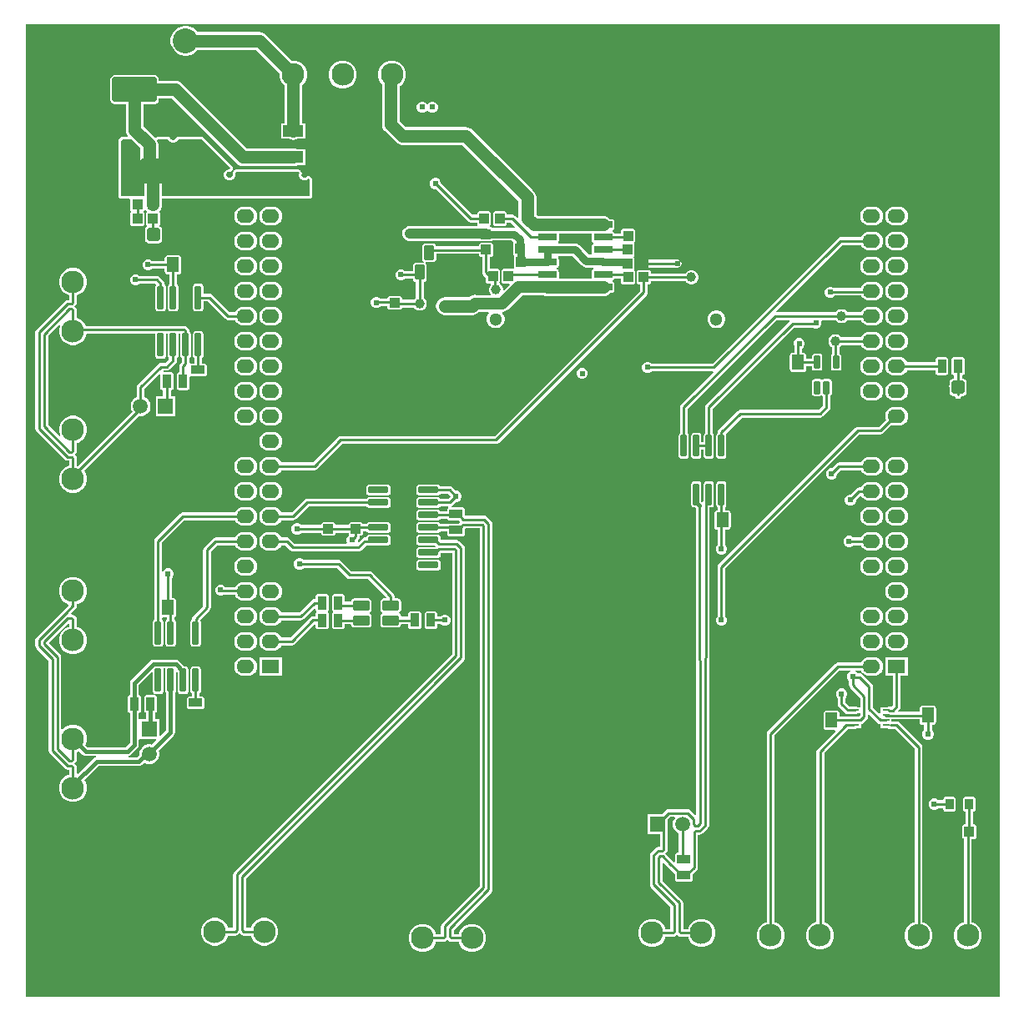
<source format=gtl>
G04*
G04 #@! TF.GenerationSoftware,Altium Limited,Altium Designer,21.0.9 (235)*
G04*
G04 Layer_Physical_Order=1*
G04 Layer_Color=255*
%FSLAX25Y25*%
%MOIN*%
G70*
G04*
G04 #@! TF.SameCoordinates,EF3E8415-0D1F-43D6-88A8-43D94B7D360D*
G04*
G04*
G04 #@! TF.FilePolarity,Positive*
G04*
G01*
G75*
%ADD12C,0.01500*%
%ADD15C,0.03937*%
%ADD17C,0.01000*%
G04:AMPARAMS|DCode=54|XSize=39.37mil|YSize=39.37mil|CornerRadius=3.94mil|HoleSize=0mil|Usage=FLASHONLY|Rotation=270.000|XOffset=0mil|YOffset=0mil|HoleType=Round|Shape=RoundedRectangle|*
%AMROUNDEDRECTD54*
21,1,0.03937,0.03150,0,0,270.0*
21,1,0.03150,0.03937,0,0,270.0*
1,1,0.00787,-0.01575,-0.01575*
1,1,0.00787,-0.01575,0.01575*
1,1,0.00787,0.01575,0.01575*
1,1,0.00787,0.01575,-0.01575*
%
%ADD54ROUNDEDRECTD54*%
G04:AMPARAMS|DCode=55|XSize=24.8mil|YSize=51.18mil|CornerRadius=1.86mil|HoleSize=0mil|Usage=FLASHONLY|Rotation=180.000|XOffset=0mil|YOffset=0mil|HoleType=Round|Shape=RoundedRectangle|*
%AMROUNDEDRECTD55*
21,1,0.02480,0.04746,0,0,180.0*
21,1,0.02108,0.05118,0,0,180.0*
1,1,0.00372,-0.01054,0.02373*
1,1,0.00372,0.01054,0.02373*
1,1,0.00372,0.01054,-0.02373*
1,1,0.00372,-0.01054,-0.02373*
%
%ADD55ROUNDEDRECTD55*%
G04:AMPARAMS|DCode=56|XSize=90.55mil|YSize=98.43mil|CornerRadius=6.79mil|HoleSize=0mil|Usage=FLASHONLY|Rotation=180.000|XOffset=0mil|YOffset=0mil|HoleType=Round|Shape=RoundedRectangle|*
%AMROUNDEDRECTD56*
21,1,0.09055,0.08484,0,0,180.0*
21,1,0.07697,0.09843,0,0,180.0*
1,1,0.01358,-0.03848,0.04242*
1,1,0.01358,0.03848,0.04242*
1,1,0.01358,0.03848,-0.04242*
1,1,0.01358,-0.03848,-0.04242*
%
%ADD56ROUNDEDRECTD56*%
G04:AMPARAMS|DCode=57|XSize=24.61mil|YSize=93.5mil|CornerRadius=2.46mil|HoleSize=0mil|Usage=FLASHONLY|Rotation=0.000|XOffset=0mil|YOffset=0mil|HoleType=Round|Shape=RoundedRectangle|*
%AMROUNDEDRECTD57*
21,1,0.02461,0.08858,0,0,0.0*
21,1,0.01968,0.09350,0,0,0.0*
1,1,0.00492,0.00984,-0.04429*
1,1,0.00492,-0.00984,-0.04429*
1,1,0.00492,-0.00984,0.04429*
1,1,0.00492,0.00984,0.04429*
%
%ADD57ROUNDEDRECTD57*%
G04:AMPARAMS|DCode=58|XSize=43.31mil|YSize=39.37mil|CornerRadius=2.95mil|HoleSize=0mil|Usage=FLASHONLY|Rotation=270.000|XOffset=0mil|YOffset=0mil|HoleType=Round|Shape=RoundedRectangle|*
%AMROUNDEDRECTD58*
21,1,0.04331,0.03347,0,0,270.0*
21,1,0.03740,0.03937,0,0,270.0*
1,1,0.00591,-0.01673,-0.01870*
1,1,0.00591,-0.01673,0.01870*
1,1,0.00591,0.01673,0.01870*
1,1,0.00591,0.01673,-0.01870*
%
%ADD58ROUNDEDRECTD58*%
G04:AMPARAMS|DCode=59|XSize=80mil|YSize=25mil|CornerRadius=1.88mil|HoleSize=0mil|Usage=FLASHONLY|Rotation=0.000|XOffset=0mil|YOffset=0mil|HoleType=Round|Shape=RoundedRectangle|*
%AMROUNDEDRECTD59*
21,1,0.08000,0.02125,0,0,0.0*
21,1,0.07625,0.02500,0,0,0.0*
1,1,0.00375,0.03813,-0.01063*
1,1,0.00375,-0.03813,-0.01063*
1,1,0.00375,-0.03813,0.01063*
1,1,0.00375,0.03813,0.01063*
%
%ADD59ROUNDEDRECTD59*%
G04:AMPARAMS|DCode=60|XSize=49.21mil|YSize=62.99mil|CornerRadius=4.92mil|HoleSize=0mil|Usage=FLASHONLY|Rotation=0.000|XOffset=0mil|YOffset=0mil|HoleType=Round|Shape=RoundedRectangle|*
%AMROUNDEDRECTD60*
21,1,0.04921,0.05315,0,0,0.0*
21,1,0.03937,0.06299,0,0,0.0*
1,1,0.00984,0.01968,-0.02657*
1,1,0.00984,-0.01968,-0.02657*
1,1,0.00984,-0.01968,0.02657*
1,1,0.00984,0.01968,0.02657*
%
%ADD60ROUNDEDRECTD60*%
G04:AMPARAMS|DCode=61|XSize=86.61mil|YSize=23.62mil|CornerRadius=1.77mil|HoleSize=0mil|Usage=FLASHONLY|Rotation=270.000|XOffset=0mil|YOffset=0mil|HoleType=Round|Shape=RoundedRectangle|*
%AMROUNDEDRECTD61*
21,1,0.08661,0.02008,0,0,270.0*
21,1,0.08307,0.02362,0,0,270.0*
1,1,0.00354,-0.01004,-0.04153*
1,1,0.00354,-0.01004,0.04153*
1,1,0.00354,0.01004,0.04153*
1,1,0.00354,0.01004,-0.04153*
%
%ADD61ROUNDEDRECTD61*%
G04:AMPARAMS|DCode=62|XSize=39.37mil|YSize=59.06mil|CornerRadius=3.94mil|HoleSize=0mil|Usage=FLASHONLY|Rotation=0.000|XOffset=0mil|YOffset=0mil|HoleType=Round|Shape=RoundedRectangle|*
%AMROUNDEDRECTD62*
21,1,0.03937,0.05118,0,0,0.0*
21,1,0.03150,0.05906,0,0,0.0*
1,1,0.00787,0.01575,-0.02559*
1,1,0.00787,-0.01575,-0.02559*
1,1,0.00787,-0.01575,0.02559*
1,1,0.00787,0.01575,0.02559*
%
%ADD62ROUNDEDRECTD62*%
%ADD63C,0.03937*%
%ADD64R,0.08000X0.04500*%
G04:AMPARAMS|DCode=65|XSize=98.43mil|YSize=177.17mil|CornerRadius=7.38mil|HoleSize=0mil|Usage=FLASHONLY|Rotation=90.000|XOffset=0mil|YOffset=0mil|HoleType=Round|Shape=RoundedRectangle|*
%AMROUNDEDRECTD65*
21,1,0.09843,0.16240,0,0,90.0*
21,1,0.08366,0.17717,0,0,90.0*
1,1,0.01476,0.08120,0.04183*
1,1,0.01476,0.08120,-0.04183*
1,1,0.01476,-0.08120,-0.04183*
1,1,0.01476,-0.08120,0.04183*
%
%ADD65ROUNDEDRECTD65*%
G04:AMPARAMS|DCode=66|XSize=29.53mil|YSize=74.8mil|CornerRadius=2.22mil|HoleSize=0mil|Usage=FLASHONLY|Rotation=90.000|XOffset=0mil|YOffset=0mil|HoleType=Round|Shape=RoundedRectangle|*
%AMROUNDEDRECTD66*
21,1,0.02953,0.07037,0,0,90.0*
21,1,0.02510,0.07480,0,0,90.0*
1,1,0.00443,0.03519,0.01255*
1,1,0.00443,0.03519,-0.01255*
1,1,0.00443,-0.03519,-0.01255*
1,1,0.00443,-0.03519,0.01255*
%
%ADD66ROUNDEDRECTD66*%
%ADD67O,0.07480X0.02953*%
G04:AMPARAMS|DCode=68|XSize=43.31mil|YSize=39.37mil|CornerRadius=3.94mil|HoleSize=0mil|Usage=FLASHONLY|Rotation=90.000|XOffset=0mil|YOffset=0mil|HoleType=Round|Shape=RoundedRectangle|*
%AMROUNDEDRECTD68*
21,1,0.04331,0.03150,0,0,90.0*
21,1,0.03543,0.03937,0,0,90.0*
1,1,0.00787,0.01575,0.01772*
1,1,0.00787,0.01575,-0.01772*
1,1,0.00787,-0.01575,-0.01772*
1,1,0.00787,-0.01575,0.01772*
%
%ADD68ROUNDEDRECTD68*%
G04:AMPARAMS|DCode=69|XSize=43.31mil|YSize=39.37mil|CornerRadius=2.95mil|HoleSize=0mil|Usage=FLASHONLY|Rotation=180.000|XOffset=0mil|YOffset=0mil|HoleType=Round|Shape=RoundedRectangle|*
%AMROUNDEDRECTD69*
21,1,0.04331,0.03347,0,0,180.0*
21,1,0.03740,0.03937,0,0,180.0*
1,1,0.00591,-0.01870,0.01673*
1,1,0.00591,0.01870,0.01673*
1,1,0.00591,0.01870,-0.01673*
1,1,0.00591,-0.01870,-0.01673*
%
%ADD69ROUNDEDRECTD69*%
G04:AMPARAMS|DCode=70|XSize=55.12mil|YSize=35.43mil|CornerRadius=2.66mil|HoleSize=0mil|Usage=FLASHONLY|Rotation=270.000|XOffset=0mil|YOffset=0mil|HoleType=Round|Shape=RoundedRectangle|*
%AMROUNDEDRECTD70*
21,1,0.05512,0.03012,0,0,270.0*
21,1,0.04980,0.03543,0,0,270.0*
1,1,0.00532,-0.01506,-0.02490*
1,1,0.00532,-0.01506,0.02490*
1,1,0.00532,0.01506,0.02490*
1,1,0.00532,0.01506,-0.02490*
%
%ADD70ROUNDEDRECTD70*%
%ADD71R,0.02953X0.00984*%
G04:AMPARAMS|DCode=72|XSize=43.31mil|YSize=39.37mil|CornerRadius=3.94mil|HoleSize=0mil|Usage=FLASHONLY|Rotation=0.000|XOffset=0mil|YOffset=0mil|HoleType=Round|Shape=RoundedRectangle|*
%AMROUNDEDRECTD72*
21,1,0.04331,0.03150,0,0,0.0*
21,1,0.03543,0.03937,0,0,0.0*
1,1,0.00787,0.01772,-0.01575*
1,1,0.00787,-0.01772,-0.01575*
1,1,0.00787,-0.01772,0.01575*
1,1,0.00787,0.01772,0.01575*
%
%ADD72ROUNDEDRECTD72*%
G04:AMPARAMS|DCode=73|XSize=51.18mil|YSize=51.18mil|CornerRadius=5.12mil|HoleSize=0mil|Usage=FLASHONLY|Rotation=270.000|XOffset=0mil|YOffset=0mil|HoleType=Round|Shape=RoundedRectangle|*
%AMROUNDEDRECTD73*
21,1,0.05118,0.04095,0,0,270.0*
21,1,0.04095,0.05118,0,0,270.0*
1,1,0.01024,-0.02047,-0.02047*
1,1,0.01024,-0.02047,0.02047*
1,1,0.01024,0.02047,0.02047*
1,1,0.01024,0.02047,-0.02047*
%
%ADD73ROUNDEDRECTD73*%
G04:AMPARAMS|DCode=74|XSize=55.12mil|YSize=35.43mil|CornerRadius=2.66mil|HoleSize=0mil|Usage=FLASHONLY|Rotation=180.000|XOffset=0mil|YOffset=0mil|HoleType=Round|Shape=RoundedRectangle|*
%AMROUNDEDRECTD74*
21,1,0.05512,0.03012,0,0,180.0*
21,1,0.04980,0.03543,0,0,180.0*
1,1,0.00532,-0.02490,0.01506*
1,1,0.00532,0.02490,0.01506*
1,1,0.00532,0.02490,-0.01506*
1,1,0.00532,-0.02490,-0.01506*
%
%ADD74ROUNDEDRECTD74*%
G04:AMPARAMS|DCode=75|XSize=33.47mil|YSize=42.91mil|CornerRadius=2.51mil|HoleSize=0mil|Usage=FLASHONLY|Rotation=180.000|XOffset=0mil|YOffset=0mil|HoleType=Round|Shape=RoundedRectangle|*
%AMROUNDEDRECTD75*
21,1,0.03347,0.03789,0,0,180.0*
21,1,0.02845,0.04291,0,0,180.0*
1,1,0.00502,-0.01422,0.01895*
1,1,0.00502,0.01422,0.01895*
1,1,0.00502,0.01422,-0.01895*
1,1,0.00502,-0.01422,-0.01895*
%
%ADD75ROUNDEDRECTD75*%
G04:AMPARAMS|DCode=76|XSize=51.18mil|YSize=51.18mil|CornerRadius=5.12mil|HoleSize=0mil|Usage=FLASHONLY|Rotation=0.000|XOffset=0mil|YOffset=0mil|HoleType=Round|Shape=RoundedRectangle|*
%AMROUNDEDRECTD76*
21,1,0.05118,0.04095,0,0,0.0*
21,1,0.04095,0.05118,0,0,0.0*
1,1,0.01024,0.02047,-0.02047*
1,1,0.01024,-0.02047,-0.02047*
1,1,0.01024,-0.02047,0.02047*
1,1,0.01024,0.02047,0.02047*
%
%ADD76ROUNDEDRECTD76*%
G04:AMPARAMS|DCode=77|XSize=39.37mil|YSize=66.93mil|CornerRadius=3.94mil|HoleSize=0mil|Usage=FLASHONLY|Rotation=90.000|XOffset=0mil|YOffset=0mil|HoleType=Round|Shape=RoundedRectangle|*
%AMROUNDEDRECTD77*
21,1,0.03937,0.05906,0,0,90.0*
21,1,0.03150,0.06693,0,0,90.0*
1,1,0.00787,0.02953,0.01575*
1,1,0.00787,0.02953,-0.01575*
1,1,0.00787,-0.02953,-0.01575*
1,1,0.00787,-0.02953,0.01575*
%
%ADD77ROUNDEDRECTD77*%
%ADD78C,0.02953*%
%ADD79C,0.05000*%
%ADD80C,0.04500*%
%ADD81C,0.10000*%
%ADD82C,0.09055*%
%ADD83R,0.05906X0.05906*%
%ADD84C,0.05906*%
%ADD85O,0.07000X0.05500*%
%ADD86R,0.07000X0.05500*%
%ADD87R,0.05906X0.05906*%
%ADD88C,0.05118*%
%ADD89C,0.02400*%
G36*
X525161Y466541D02*
X136041Y466541D01*
X136041Y855160D01*
X525160D01*
X525161Y466541D01*
D02*
G37*
%LPC*%
G36*
X263413Y840528D02*
X261957D01*
X260552Y840151D01*
X259291Y839423D01*
X258262Y838394D01*
X257534Y837134D01*
X257157Y835728D01*
Y834272D01*
X257534Y832866D01*
X258262Y831606D01*
X259291Y830577D01*
X260552Y829849D01*
X261957Y829472D01*
X263413D01*
X264819Y829849D01*
X266079Y830577D01*
X267108Y831606D01*
X267836Y832866D01*
X268213Y834272D01*
Y835728D01*
X267836Y837134D01*
X267108Y838394D01*
X266079Y839423D01*
X264819Y840151D01*
X263413Y840528D01*
D02*
G37*
G36*
X298938Y824200D02*
X298062D01*
X297254Y823865D01*
X296827Y823438D01*
X296500Y823302D01*
X296173Y823438D01*
X295746Y823865D01*
X294938Y824200D01*
X294062D01*
X293254Y823865D01*
X292635Y823246D01*
X292300Y822438D01*
Y821562D01*
X292635Y820754D01*
X293254Y820135D01*
X294062Y819800D01*
X294938D01*
X295746Y820135D01*
X296173Y820562D01*
X296500Y820698D01*
X296827Y820562D01*
X297254Y820135D01*
X298062Y819800D01*
X298938D01*
X299746Y820135D01*
X300365Y820754D01*
X300700Y821562D01*
Y822438D01*
X300365Y823246D01*
X299746Y823865D01*
X298938Y824200D01*
D02*
G37*
G36*
X200591Y854500D02*
X199409D01*
X198250Y854269D01*
X197158Y853817D01*
X196175Y853160D01*
X195340Y852325D01*
X194683Y851342D01*
X194231Y850250D01*
X194000Y849091D01*
Y847909D01*
X194231Y846750D01*
X194683Y845658D01*
X195340Y844675D01*
X196175Y843839D01*
X197158Y843183D01*
X198250Y842731D01*
X199409Y842500D01*
X200591D01*
X201750Y842731D01*
X202842Y843183D01*
X203825Y843839D01*
X204661Y844675D01*
X204857Y844970D01*
X228038D01*
X237472Y835535D01*
Y834272D01*
X237849Y832866D01*
X238577Y831606D01*
X239470Y830713D01*
Y815550D01*
X238200D01*
Y809450D01*
X241226D01*
X241235Y809443D01*
X242086Y809090D01*
X243000Y808970D01*
X243914Y809090D01*
X244765Y809443D01*
X244775Y809450D01*
X247800D01*
Y815550D01*
X246530D01*
Y830713D01*
X247423Y831606D01*
X248151Y832866D01*
X248528Y834272D01*
Y835728D01*
X248151Y837134D01*
X247423Y838394D01*
X246394Y839423D01*
X245134Y840151D01*
X243728Y840528D01*
X242465D01*
X231996Y850996D01*
X231265Y851557D01*
X230414Y851910D01*
X229500Y852030D01*
X204857D01*
X204661Y852325D01*
X203825Y853160D01*
X202842Y853817D01*
X201750Y854269D01*
X200591Y854500D01*
D02*
G37*
G36*
X187746Y834751D02*
X171506D01*
X170906Y834632D01*
X170397Y834292D01*
X170057Y833783D01*
X169938Y833183D01*
Y824817D01*
X170057Y824217D01*
X170397Y823708D01*
X170906Y823368D01*
X171506Y823249D01*
X176096D01*
Y812874D01*
X176216Y811960D01*
X176569Y811109D01*
X176937Y810629D01*
X176691Y810128D01*
X174722Y810128D01*
X174331Y810051D01*
X174001Y809830D01*
X173529Y809358D01*
X173308Y809028D01*
X173230Y808637D01*
Y786500D01*
X173308Y786110D01*
X173529Y785779D01*
X173860Y785558D01*
X174250Y785480D01*
X177562D01*
X177933Y784980D01*
X177911Y784870D01*
Y781130D01*
X177996Y780703D01*
X178238Y780340D01*
Y780160D01*
X177996Y779797D01*
X177911Y779370D01*
Y775630D01*
X177996Y775203D01*
X178238Y774840D01*
X178600Y774598D01*
X179028Y774513D01*
X182374D01*
X182801Y774598D01*
X183164Y774840D01*
X183406Y775203D01*
X183491Y775630D01*
Y779370D01*
X183406Y779797D01*
X183164Y780160D01*
Y780340D01*
X183406Y780703D01*
X183476Y781055D01*
X183716Y781153D01*
X183991Y781172D01*
X184275Y780801D01*
X184295Y780703D01*
X184537Y780340D01*
Y780160D01*
X184295Y779797D01*
X184210Y779370D01*
Y775630D01*
X184295Y775203D01*
X184537Y774840D01*
X184623Y774783D01*
X184641Y774603D01*
X184572Y774216D01*
X184239Y773993D01*
X183949Y773559D01*
X183847Y773047D01*
Y768953D01*
X183949Y768441D01*
X184239Y768007D01*
X184673Y767717D01*
X185185Y767615D01*
X189279D01*
X189791Y767717D01*
X190225Y768007D01*
X190515Y768441D01*
X190617Y768953D01*
Y773047D01*
X190515Y773559D01*
X190225Y773993D01*
X189791Y774283D01*
X189589Y774323D01*
X189463Y774840D01*
X189705Y775203D01*
X189790Y775630D01*
Y779370D01*
X189705Y779797D01*
X189463Y780160D01*
Y780340D01*
X189705Y780703D01*
X189725Y780801D01*
X190057Y781235D01*
X190410Y782086D01*
X190530Y783000D01*
Y785480D01*
X249500D01*
X249890Y785558D01*
X250221Y785779D01*
X250442Y786110D01*
X250520Y786500D01*
Y793182D01*
X250442Y793572D01*
X250221Y793903D01*
X249890Y794124D01*
X249390Y794331D01*
X249000Y794408D01*
X248610Y794331D01*
X248279Y794110D01*
X248169Y793999D01*
X247735Y793820D01*
X247265D01*
X246831Y793999D01*
X246499Y794331D01*
X246320Y794765D01*
Y795279D01*
X246322Y795293D01*
X246361Y795385D01*
Y795486D01*
X246380Y795584D01*
X246361Y795683D01*
Y795783D01*
X246322Y795876D01*
X246303Y795974D01*
X246247Y796058D01*
X246209Y796151D01*
X245931Y796566D01*
X245860Y796637D01*
X245804Y796721D01*
X245720Y796777D01*
X245649Y796848D01*
X245557Y796886D01*
X245473Y796942D01*
X245375Y796962D01*
X245282Y797000D01*
X245181D01*
X245083Y797020D01*
X220008Y797020D01*
X219910Y797000D01*
X219809D01*
X219717Y796961D01*
X219618Y796942D01*
X219535Y796886D01*
X219442Y796848D01*
X219371Y796777D01*
X219287Y796721D01*
X219232Y796637D01*
X219161Y796566D01*
X218826Y796066D01*
X218788Y795974D01*
X218732Y795890D01*
X218713Y795792D01*
X218674Y795699D01*
Y795598D01*
X218655Y795500D01*
X218674Y795401D01*
Y795301D01*
X218680Y795286D01*
Y794765D01*
X218501Y794331D01*
X218169Y793999D01*
X217735Y793820D01*
X217265D01*
X216831Y793999D01*
X216499Y794331D01*
X216320Y794765D01*
Y795235D01*
X216499Y795669D01*
X216831Y796001D01*
X217265Y796180D01*
X217593D01*
X217983Y796258D01*
X218314Y796479D01*
X218535Y796810D01*
X218742Y797310D01*
X218820Y797700D01*
X218742Y798090D01*
X218521Y798421D01*
X207112Y809830D01*
X206976Y809921D01*
X206847Y810021D01*
X206812Y810030D01*
X206781Y810051D01*
X206621Y810083D01*
X206463Y810126D01*
X206427Y810121D01*
X206391Y810128D01*
X197012Y810128D01*
X197012Y810128D01*
X196622Y810051D01*
X196291Y809830D01*
X196070Y809499D01*
X196001Y809331D01*
X195669Y808999D01*
X195235Y808820D01*
X194765D01*
X194331Y808999D01*
X193999Y809331D01*
X193930Y809499D01*
X193709Y809830D01*
X193378Y810051D01*
X192988Y810128D01*
X188867D01*
X188702Y810096D01*
X188536Y810073D01*
X188508Y810057D01*
X188477Y810051D01*
X188337Y809958D01*
X188192Y809873D01*
X187969Y809845D01*
X187662Y809871D01*
X187587Y809905D01*
X183156Y814336D01*
Y823249D01*
X187746D01*
X188346Y823368D01*
X188855Y823708D01*
X189195Y824217D01*
X189314Y824817D01*
Y825470D01*
X194538D01*
X220504Y799504D01*
X221235Y798943D01*
X222086Y798590D01*
X223000Y798470D01*
X223000Y798470D01*
X243000D01*
X243914Y798590D01*
X244765Y798943D01*
X244775Y798950D01*
X247800D01*
Y805050D01*
X244775D01*
X244765Y805057D01*
X243914Y805410D01*
X243000Y805530D01*
X224462D01*
X198496Y831496D01*
X197765Y832057D01*
X196914Y832410D01*
X196000Y832530D01*
X189314D01*
Y833183D01*
X189195Y833783D01*
X188855Y834292D01*
X188346Y834632D01*
X187746Y834751D01*
D02*
G37*
G36*
X283098Y840528D02*
X281642D01*
X280237Y840151D01*
X278976Y839423D01*
X277947Y838394D01*
X277219Y837134D01*
X276842Y835728D01*
Y834272D01*
X277219Y832866D01*
X277947Y831606D01*
X278470Y831083D01*
Y815000D01*
X278590Y814086D01*
X278943Y813235D01*
X279504Y812504D01*
X284004Y808004D01*
X284735Y807443D01*
X285586Y807090D01*
X286500Y806970D01*
X310538D01*
X332970Y784538D01*
Y777900D01*
X332470Y777693D01*
X331581Y778581D01*
X331085Y778913D01*
X330500Y779029D01*
X328290D01*
Y779370D01*
X328205Y779797D01*
X327963Y780160D01*
X327601Y780402D01*
X327173Y780487D01*
X323827D01*
X323399Y780402D01*
X323037Y780160D01*
X322795Y779797D01*
X322710Y779370D01*
Y775630D01*
X322795Y775203D01*
X323037Y774840D01*
X323399Y774598D01*
X323827Y774513D01*
X327173D01*
X327601Y774598D01*
X327963Y774840D01*
X328205Y775203D01*
X328290Y775630D01*
Y775971D01*
X329867D01*
X331578Y774259D01*
X331332Y773798D01*
X331201Y773824D01*
X322567D01*
X322297Y774004D01*
X321870Y774089D01*
X321783D01*
X321617Y774208D01*
X321535Y774754D01*
X321664Y774840D01*
X321906Y775203D01*
X321991Y775630D01*
Y779370D01*
X321906Y779797D01*
X321664Y780160D01*
X321301Y780402D01*
X320874Y780487D01*
X317528D01*
X317100Y780402D01*
X316738Y780160D01*
X316496Y779797D01*
X316411Y779370D01*
Y779029D01*
X314434D01*
X302000Y791463D01*
Y791938D01*
X301665Y792746D01*
X301046Y793365D01*
X300238Y793700D01*
X299362D01*
X298554Y793365D01*
X297935Y792746D01*
X297600Y791938D01*
Y791062D01*
X297935Y790254D01*
X298554Y789635D01*
X299362Y789300D01*
X299837D01*
X312719Y776419D01*
X313215Y776087D01*
X313800Y775971D01*
X316411D01*
Y775630D01*
X316496Y775203D01*
X316635Y774994D01*
X316433Y774515D01*
X316414Y774494D01*
X289500D01*
X288725Y774392D01*
X288003Y774093D01*
X287383Y773617D01*
X286907Y772997D01*
X286608Y772275D01*
X286506Y771500D01*
X286608Y770725D01*
X286907Y770003D01*
X287383Y769383D01*
X288003Y768907D01*
X288725Y768608D01*
X289500Y768506D01*
X319799D01*
X319825Y768509D01*
X321870D01*
X322297Y768594D01*
X322567Y768774D01*
X330155D01*
X330957Y767972D01*
X330801Y767737D01*
X330708Y767272D01*
Y763728D01*
X330801Y763263D01*
X331065Y762868D01*
X331225Y762760D01*
Y761857D01*
X331208Y761772D01*
Y758228D01*
X331286Y757836D01*
X331283Y757828D01*
X331096Y757590D01*
X330916Y757439D01*
X330673Y757487D01*
X327327D01*
X326899Y757402D01*
X326537Y757160D01*
X326295Y756797D01*
X326210Y756370D01*
Y752630D01*
X326295Y752203D01*
X326537Y751840D01*
X326899Y751598D01*
X327327Y751513D01*
X329224D01*
X329415Y751051D01*
X327269Y748904D01*
X326768Y749112D01*
Y749365D01*
X326580Y750069D01*
X326215Y750700D01*
X325700Y751215D01*
X325393Y751392D01*
X325348Y751480D01*
X325282Y752018D01*
X325406Y752203D01*
X325491Y752630D01*
Y756370D01*
X325406Y756797D01*
X325164Y757160D01*
X324801Y757402D01*
X324374Y757487D01*
X321529D01*
Y762210D01*
X321870D01*
X322297Y762295D01*
X322660Y762537D01*
X322902Y762899D01*
X322987Y763327D01*
Y766673D01*
X322902Y767101D01*
X322660Y767463D01*
X322297Y767705D01*
X321870Y767790D01*
X318130D01*
X317703Y767705D01*
X317340Y767463D01*
X317098Y767101D01*
X317013Y766673D01*
Y766409D01*
X300032D01*
Y766433D01*
X299939Y766899D01*
X299676Y767294D01*
X299281Y767557D01*
X298815Y767650D01*
X295665D01*
X295200Y767557D01*
X294805Y767294D01*
X294541Y766899D01*
X294448Y766433D01*
Y761315D01*
X294541Y760849D01*
X294805Y760454D01*
X295072Y760276D01*
X294920Y759776D01*
X291925D01*
X291459Y759684D01*
X291065Y759420D01*
X290801Y759025D01*
X290708Y758559D01*
Y756529D01*
X287582D01*
X287246Y756865D01*
X286438Y757200D01*
X285562D01*
X284754Y756865D01*
X284135Y756246D01*
X283800Y755438D01*
Y754562D01*
X284135Y753754D01*
X284754Y753135D01*
X285562Y752800D01*
X286438D01*
X287246Y753135D01*
X287582Y753471D01*
X290708D01*
Y753441D01*
X290801Y752975D01*
X291065Y752580D01*
X291459Y752317D01*
X291925Y752224D01*
X291971D01*
Y745814D01*
X291800Y745715D01*
X291285Y745200D01*
X291186Y745029D01*
X286487D01*
Y745472D01*
X286402Y745900D01*
X286160Y746262D01*
X285797Y746504D01*
X285370Y746589D01*
X281630D01*
X281203Y746504D01*
X280840Y746262D01*
X280598Y745900D01*
X280524Y745529D01*
X277682D01*
X277397Y745815D01*
X276588Y746150D01*
X275713D01*
X274904Y745815D01*
X274286Y745196D01*
X273951Y744387D01*
Y743512D01*
X274286Y742704D01*
X274904Y742085D01*
X275713Y741750D01*
X276588D01*
X277397Y742085D01*
X277783Y742471D01*
X280513D01*
Y742126D01*
X280598Y741699D01*
X280840Y741336D01*
X281203Y741094D01*
X281630Y741009D01*
X285370D01*
X285797Y741094D01*
X286160Y741336D01*
X286402Y741699D01*
X286456Y741971D01*
X291186D01*
X291285Y741800D01*
X291800Y741285D01*
X292431Y740920D01*
X293135Y740731D01*
X293864D01*
X294569Y740920D01*
X295200Y741285D01*
X295715Y741800D01*
X296080Y742431D01*
X296269Y743135D01*
Y743864D01*
X296080Y744569D01*
X295715Y745200D01*
X295200Y745715D01*
X295029Y745814D01*
Y752224D01*
X295075D01*
X295541Y752317D01*
X295935Y752580D01*
X296199Y752975D01*
X296292Y753441D01*
Y758559D01*
X296199Y759025D01*
X295935Y759420D01*
X295669Y759598D01*
X295820Y760098D01*
X298815D01*
X299281Y760190D01*
X299676Y760454D01*
X299939Y760849D01*
X300032Y761315D01*
Y763350D01*
X317013D01*
Y763327D01*
X317098Y762899D01*
X317340Y762537D01*
X317703Y762295D01*
X318130Y762210D01*
X318471D01*
Y756000D01*
X318587Y755415D01*
X318919Y754919D01*
X319911Y753926D01*
Y752630D01*
X319996Y752203D01*
X320238Y751840D01*
X320600Y751598D01*
X321028Y751513D01*
X321971D01*
Y750886D01*
X321785Y750700D01*
X321420Y750069D01*
X321232Y749365D01*
Y748635D01*
X321420Y747931D01*
X321785Y747300D01*
X321807Y747278D01*
X321600Y746778D01*
X316732D01*
X316414Y746910D01*
X315500Y747030D01*
X314586Y746910D01*
X313735Y746557D01*
X313048Y746030D01*
X303500D01*
X302586Y745910D01*
X301735Y745557D01*
X301004Y744996D01*
X300443Y744265D01*
X300090Y743414D01*
X299970Y742500D01*
X300090Y741586D01*
X300443Y740735D01*
X301004Y740004D01*
X301735Y739443D01*
X302586Y739090D01*
X303500Y738970D01*
X314500D01*
X315414Y739090D01*
X316265Y739443D01*
X316996Y740004D01*
X317214Y740222D01*
X320978D01*
X321185Y739722D01*
X320951Y739489D01*
X320483Y738677D01*
X320240Y737772D01*
Y736835D01*
X320483Y735929D01*
X320951Y735118D01*
X321614Y734455D01*
X322426Y733987D01*
X323331Y733744D01*
X324268D01*
X325173Y733987D01*
X325985Y734455D01*
X326647Y735118D01*
X327116Y735929D01*
X327358Y736835D01*
Y737772D01*
X327116Y738677D01*
X326647Y739489D01*
X326414Y739722D01*
X326456Y739968D01*
X326607Y740236D01*
X327348Y740334D01*
X328139Y740661D01*
X328818Y741182D01*
X334358Y746722D01*
X343268D01*
X343586Y746590D01*
X344500Y746470D01*
X366744D01*
X367658Y746590D01*
X368509Y746943D01*
X369240Y747504D01*
X369394Y747704D01*
X370263D01*
X370661Y747783D01*
X370999Y748009D01*
X371225Y748347D01*
X371304Y748745D01*
Y751255D01*
X371225Y751653D01*
X370999Y751991D01*
X370661Y752217D01*
X370521Y752245D01*
Y752755D01*
X370661Y752783D01*
X370999Y753009D01*
X371225Y753346D01*
X371250Y753471D01*
X373911D01*
Y752130D01*
X373996Y751703D01*
X374238Y751340D01*
X374600Y751098D01*
X375028Y751013D01*
X378374D01*
X378801Y751098D01*
X379164Y751340D01*
X379406Y751703D01*
X379491Y752130D01*
Y755870D01*
X379406Y756297D01*
X379164Y756660D01*
X379069Y756723D01*
X378935Y756868D01*
X379199Y757263D01*
X379292Y757728D01*
Y761272D01*
X379199Y761737D01*
X378935Y762132D01*
X379136Y762600D01*
X379205Y762703D01*
X379290Y763130D01*
Y766870D01*
X379205Y767297D01*
X379189Y767321D01*
X379184Y767338D01*
X379164Y767840D01*
X379281Y768015D01*
X379281Y768015D01*
X379406Y768203D01*
X379491Y768630D01*
Y772370D01*
X379406Y772797D01*
X379164Y773160D01*
X378801Y773402D01*
X378374Y773487D01*
X375028D01*
X374600Y773402D01*
X374238Y773160D01*
X373996Y772797D01*
X373911Y772370D01*
Y771529D01*
X371250D01*
X371225Y771654D01*
X370999Y771991D01*
X370661Y772217D01*
X370521Y772245D01*
Y772755D01*
X370661Y772783D01*
X370999Y773009D01*
X371225Y773347D01*
X371304Y773745D01*
Y776255D01*
X371225Y776653D01*
X370999Y776991D01*
X370661Y777217D01*
X370263Y777296D01*
X369394D01*
X369240Y777496D01*
X368509Y778057D01*
X367658Y778410D01*
X366744Y778530D01*
X340548D01*
X340030Y779048D01*
Y786000D01*
X339910Y786914D01*
X339557Y787765D01*
X338996Y788496D01*
X314496Y812996D01*
X313765Y813557D01*
X312914Y813910D01*
X312000Y814030D01*
X287962D01*
X285530Y816462D01*
Y830442D01*
X285764Y830577D01*
X286793Y831606D01*
X287521Y832866D01*
X287898Y834272D01*
Y835728D01*
X287521Y837134D01*
X286793Y838394D01*
X285764Y839423D01*
X284504Y840151D01*
X283098Y840528D01*
D02*
G37*
G36*
X484750Y782282D02*
X483250D01*
X482271Y782154D01*
X481359Y781776D01*
X480576Y781175D01*
X479974Y780391D01*
X479597Y779479D01*
X479468Y778500D01*
X479597Y777521D01*
X479974Y776609D01*
X480576Y775826D01*
X481359Y775224D01*
X482271Y774847D01*
X483250Y774718D01*
X484750D01*
X485729Y774847D01*
X486641Y775224D01*
X487425Y775826D01*
X488026Y776609D01*
X488404Y777521D01*
X488532Y778500D01*
X488404Y779479D01*
X488026Y780391D01*
X487425Y781175D01*
X486641Y781776D01*
X485729Y782154D01*
X484750Y782282D01*
D02*
G37*
G36*
X474750D02*
X473250D01*
X472271Y782154D01*
X471359Y781776D01*
X470576Y781175D01*
X469974Y780391D01*
X469596Y779479D01*
X469468Y778500D01*
X469596Y777521D01*
X469974Y776609D01*
X470576Y775826D01*
X471359Y775224D01*
X472271Y774847D01*
X473250Y774718D01*
X474750D01*
X475729Y774847D01*
X476641Y775224D01*
X477424Y775826D01*
X478026Y776609D01*
X478404Y777521D01*
X478532Y778500D01*
X478404Y779479D01*
X478026Y780391D01*
X477424Y781175D01*
X476641Y781776D01*
X475729Y782154D01*
X474750Y782282D01*
D02*
G37*
G36*
X234750D02*
X233250D01*
X232271Y782154D01*
X231359Y781776D01*
X230575Y781175D01*
X229974Y780391D01*
X229596Y779479D01*
X229468Y778500D01*
X229596Y777521D01*
X229974Y776609D01*
X230575Y775826D01*
X231359Y775224D01*
X232271Y774847D01*
X233250Y774718D01*
X234750D01*
X235729Y774847D01*
X236641Y775224D01*
X237424Y775826D01*
X238026Y776609D01*
X238404Y777521D01*
X238532Y778500D01*
X238404Y779479D01*
X238026Y780391D01*
X237424Y781175D01*
X236641Y781776D01*
X235729Y782154D01*
X234750Y782282D01*
D02*
G37*
G36*
X224750D02*
X223250D01*
X222271Y782154D01*
X221359Y781776D01*
X220575Y781175D01*
X219974Y780391D01*
X219597Y779479D01*
X219468Y778500D01*
X219597Y777521D01*
X219974Y776609D01*
X220575Y775826D01*
X221359Y775224D01*
X222271Y774847D01*
X223250Y774718D01*
X224750D01*
X225729Y774847D01*
X226641Y775224D01*
X227425Y775826D01*
X228026Y776609D01*
X228403Y777521D01*
X228532Y778500D01*
X228403Y779479D01*
X228026Y780391D01*
X227425Y781175D01*
X226641Y781776D01*
X225729Y782154D01*
X224750Y782282D01*
D02*
G37*
G36*
X484750Y772282D02*
X483250D01*
X482271Y772154D01*
X481359Y771776D01*
X480576Y771174D01*
X479974Y770391D01*
X479597Y769479D01*
X479468Y768500D01*
X479597Y767521D01*
X479974Y766609D01*
X480576Y765826D01*
X481359Y765224D01*
X482271Y764847D01*
X483250Y764718D01*
X484750D01*
X485729Y764847D01*
X486641Y765224D01*
X487425Y765826D01*
X488026Y766609D01*
X488404Y767521D01*
X488532Y768500D01*
X488404Y769479D01*
X488026Y770391D01*
X487425Y771174D01*
X486641Y771776D01*
X485729Y772154D01*
X484750Y772282D01*
D02*
G37*
G36*
X474750D02*
X473250D01*
X472271Y772154D01*
X471359Y771776D01*
X470576Y771174D01*
X469974Y770391D01*
X469825Y770029D01*
X461500D01*
X460915Y769913D01*
X460419Y769581D01*
X410366Y719529D01*
X386082D01*
X385746Y719865D01*
X384938Y720200D01*
X384062D01*
X383254Y719865D01*
X382635Y719246D01*
X382300Y718438D01*
Y717562D01*
X382635Y716754D01*
X383254Y716135D01*
X384062Y715800D01*
X384938D01*
X385746Y716135D01*
X386082Y716471D01*
X410601D01*
X410808Y715971D01*
X397919Y703081D01*
X397587Y702585D01*
X397471Y702000D01*
Y691722D01*
X397292Y691602D01*
X397076Y691279D01*
X397000Y690898D01*
Y682590D01*
X397076Y682209D01*
X397292Y681886D01*
X397615Y681670D01*
X397996Y681594D01*
X400004D01*
X400385Y681670D01*
X400708Y681886D01*
X400924Y682209D01*
X401000Y682590D01*
Y690898D01*
X400924Y691279D01*
X400708Y691602D01*
X400529Y691722D01*
Y701367D01*
X436133Y736971D01*
X441123D01*
X441171Y736908D01*
X441308Y736471D01*
X407919Y703081D01*
X407587Y702585D01*
X407471Y702000D01*
Y691722D01*
X407292Y691602D01*
X407076Y691279D01*
X407000Y690898D01*
Y688273D01*
X406000D01*
Y690898D01*
X405924Y691279D01*
X405708Y691602D01*
X405385Y691818D01*
X405004Y691894D01*
X402996D01*
X402615Y691818D01*
X402292Y691602D01*
X402076Y691279D01*
X402000Y690898D01*
Y682590D01*
X402076Y682209D01*
X402292Y681886D01*
X402615Y681670D01*
X402996Y681594D01*
X405004D01*
X405385Y681670D01*
X405708Y681886D01*
X405924Y682209D01*
X406000Y682590D01*
Y685215D01*
X407000D01*
Y682590D01*
X407076Y682209D01*
X407292Y681886D01*
X407615Y681670D01*
X407996Y681594D01*
X410004D01*
X410385Y681670D01*
X410708Y681886D01*
X410924Y682209D01*
X411000Y682590D01*
Y690898D01*
X410924Y691279D01*
X410708Y691602D01*
X410529Y691722D01*
Y701367D01*
X443133Y733971D01*
X450418D01*
X450504Y733885D01*
X451312Y733550D01*
X452188D01*
X452996Y733885D01*
X453615Y734504D01*
X453950Y735312D01*
Y736188D01*
X453798Y736555D01*
X454076Y736971D01*
X459686D01*
X459785Y736800D01*
X460300Y736285D01*
X460931Y735920D01*
X461635Y735732D01*
X462364D01*
X463069Y735920D01*
X463700Y736285D01*
X464215Y736800D01*
X464314Y736971D01*
X469825D01*
X469974Y736609D01*
X470576Y735825D01*
X471359Y735224D01*
X472271Y734846D01*
X473250Y734718D01*
X474750D01*
X475729Y734846D01*
X476641Y735224D01*
X477424Y735825D01*
X478026Y736609D01*
X478404Y737521D01*
X478532Y738500D01*
X478404Y739479D01*
X478026Y740391D01*
X477424Y741175D01*
X476641Y741776D01*
X475729Y742154D01*
X474750Y742282D01*
X473250D01*
X472271Y742154D01*
X471359Y741776D01*
X470576Y741175D01*
X469974Y740391D01*
X469825Y740029D01*
X464314D01*
X464215Y740200D01*
X463700Y740715D01*
X463069Y741080D01*
X462364Y741268D01*
X461635D01*
X460931Y741080D01*
X460300Y740715D01*
X459785Y740200D01*
X459686Y740029D01*
X435899D01*
X435692Y740529D01*
X462134Y766971D01*
X469825D01*
X469974Y766609D01*
X470576Y765826D01*
X471359Y765224D01*
X472271Y764847D01*
X473250Y764718D01*
X474750D01*
X475729Y764847D01*
X476641Y765224D01*
X477424Y765826D01*
X478026Y766609D01*
X478404Y767521D01*
X478532Y768500D01*
X478404Y769479D01*
X478026Y770391D01*
X477424Y771174D01*
X476641Y771776D01*
X475729Y772154D01*
X474750Y772282D01*
D02*
G37*
G36*
X234750D02*
X233250D01*
X232271Y772154D01*
X231359Y771776D01*
X230575Y771174D01*
X229974Y770391D01*
X229596Y769479D01*
X229468Y768500D01*
X229596Y767521D01*
X229974Y766609D01*
X230575Y765826D01*
X231359Y765224D01*
X232271Y764847D01*
X233250Y764718D01*
X234750D01*
X235729Y764847D01*
X236641Y765224D01*
X237424Y765826D01*
X238026Y766609D01*
X238404Y767521D01*
X238532Y768500D01*
X238404Y769479D01*
X238026Y770391D01*
X237424Y771174D01*
X236641Y771776D01*
X235729Y772154D01*
X234750Y772282D01*
D02*
G37*
G36*
X224750D02*
X223250D01*
X222271Y772154D01*
X221359Y771776D01*
X220575Y771174D01*
X219974Y770391D01*
X219597Y769479D01*
X219468Y768500D01*
X219597Y767521D01*
X219974Y766609D01*
X220575Y765826D01*
X221359Y765224D01*
X222271Y764847D01*
X223250Y764718D01*
X224750D01*
X225729Y764847D01*
X226641Y765224D01*
X227425Y765826D01*
X228026Y766609D01*
X228403Y767521D01*
X228532Y768500D01*
X228403Y769479D01*
X228026Y770391D01*
X227425Y771174D01*
X226641Y771776D01*
X225729Y772154D01*
X224750Y772282D01*
D02*
G37*
G36*
X196921Y762975D02*
X192984D01*
X192480Y762875D01*
X192053Y762589D01*
X191767Y762162D01*
X191667Y761657D01*
Y760529D01*
X186582D01*
X186246Y760865D01*
X185438Y761200D01*
X184562D01*
X183754Y760865D01*
X183135Y760246D01*
X182800Y759438D01*
Y758562D01*
X183135Y757754D01*
X183754Y757135D01*
X184562Y756800D01*
X185438D01*
X186246Y757135D01*
X186582Y757471D01*
X191667D01*
Y756343D01*
X191767Y755838D01*
X192053Y755411D01*
X192480Y755125D01*
X192984Y755025D01*
X193471D01*
Y751272D01*
X193262Y751132D01*
X193030Y750786D01*
X192949Y750378D01*
Y741520D01*
X193030Y741112D01*
X193262Y740765D01*
X193608Y740534D01*
X194016Y740453D01*
X195984D01*
X196392Y740534D01*
X196738Y740765D01*
X196970Y741112D01*
X197051Y741520D01*
Y750378D01*
X196970Y750786D01*
X196738Y751132D01*
X196529Y751272D01*
Y755025D01*
X196921D01*
X197425Y755125D01*
X197853Y755411D01*
X198138Y755838D01*
X198239Y756343D01*
Y761657D01*
X198138Y762162D01*
X197853Y762589D01*
X197425Y762875D01*
X196921Y762975D01*
D02*
G37*
G36*
X396500Y761029D02*
X382799D01*
X382214Y760913D01*
X381718Y760581D01*
X381386Y760085D01*
X381270Y759500D01*
X381386Y758915D01*
X381718Y758419D01*
X382214Y758087D01*
X382799Y757971D01*
X396500D01*
X397085Y758087D01*
X397581Y758419D01*
X397913Y758915D01*
X398029Y759500D01*
X397913Y760085D01*
X397581Y760581D01*
X397085Y760913D01*
X396500Y761029D01*
D02*
G37*
G36*
X484750Y762282D02*
X483250D01*
X482271Y762153D01*
X481359Y761776D01*
X480576Y761174D01*
X479974Y760391D01*
X479597Y759479D01*
X479468Y758500D01*
X479597Y757521D01*
X479974Y756609D01*
X480576Y755826D01*
X481359Y755224D01*
X482271Y754846D01*
X483250Y754718D01*
X484750D01*
X485729Y754846D01*
X486641Y755224D01*
X487425Y755826D01*
X488026Y756609D01*
X488404Y757521D01*
X488532Y758500D01*
X488404Y759479D01*
X488026Y760391D01*
X487425Y761174D01*
X486641Y761776D01*
X485729Y762153D01*
X484750Y762282D01*
D02*
G37*
G36*
X474750D02*
X473250D01*
X472271Y762153D01*
X471359Y761776D01*
X470576Y761174D01*
X469974Y760391D01*
X469596Y759479D01*
X469468Y758500D01*
X469596Y757521D01*
X469974Y756609D01*
X470576Y755826D01*
X471359Y755224D01*
X472271Y754846D01*
X473250Y754718D01*
X474750D01*
X475729Y754846D01*
X476641Y755224D01*
X477424Y755826D01*
X478026Y756609D01*
X478404Y757521D01*
X478532Y758500D01*
X478404Y759479D01*
X478026Y760391D01*
X477424Y761174D01*
X476641Y761776D01*
X475729Y762153D01*
X474750Y762282D01*
D02*
G37*
G36*
X234750D02*
X233250D01*
X232271Y762153D01*
X231359Y761776D01*
X230575Y761174D01*
X229974Y760391D01*
X229596Y759479D01*
X229468Y758500D01*
X229596Y757521D01*
X229974Y756609D01*
X230575Y755826D01*
X231359Y755224D01*
X232271Y754846D01*
X233250Y754718D01*
X234750D01*
X235729Y754846D01*
X236641Y755224D01*
X237424Y755826D01*
X238026Y756609D01*
X238404Y757521D01*
X238532Y758500D01*
X238404Y759479D01*
X238026Y760391D01*
X237424Y761174D01*
X236641Y761776D01*
X235729Y762153D01*
X234750Y762282D01*
D02*
G37*
G36*
X224750D02*
X223250D01*
X222271Y762153D01*
X221359Y761776D01*
X220575Y761174D01*
X219974Y760391D01*
X219597Y759479D01*
X219468Y758500D01*
X219597Y757521D01*
X219974Y756609D01*
X220575Y755826D01*
X221359Y755224D01*
X222271Y754846D01*
X223250Y754718D01*
X224750D01*
X225729Y754846D01*
X226641Y755224D01*
X227425Y755826D01*
X228026Y756609D01*
X228403Y757521D01*
X228532Y758500D01*
X228403Y759479D01*
X228026Y760391D01*
X227425Y761174D01*
X226641Y761776D01*
X225729Y762153D01*
X224750Y762282D01*
D02*
G37*
G36*
X384673Y756987D02*
X381327D01*
X380899Y756902D01*
X380537Y756660D01*
X380295Y756297D01*
X380210Y755870D01*
Y752130D01*
X380295Y751703D01*
X380537Y751340D01*
X380899Y751098D01*
X381327Y751013D01*
X381471D01*
Y748633D01*
X323366Y690529D01*
X262000D01*
X261415Y690413D01*
X260919Y690081D01*
X250867Y680029D01*
X238176D01*
X238026Y680391D01*
X237424Y681175D01*
X236641Y681776D01*
X235729Y682154D01*
X234750Y682282D01*
X233250D01*
X232271Y682154D01*
X231359Y681776D01*
X230575Y681175D01*
X229974Y680391D01*
X229596Y679479D01*
X229468Y678500D01*
X229596Y677521D01*
X229974Y676609D01*
X230575Y675826D01*
X231359Y675224D01*
X232271Y674847D01*
X233250Y674718D01*
X234750D01*
X235729Y674847D01*
X236641Y675224D01*
X237424Y675826D01*
X238026Y676609D01*
X238176Y676971D01*
X251500D01*
X252085Y677087D01*
X252581Y677419D01*
X262633Y687471D01*
X324000D01*
X324585Y687587D01*
X325081Y687919D01*
X384081Y746919D01*
X384413Y747415D01*
X384529Y748000D01*
Y751013D01*
X384673D01*
X385101Y751098D01*
X385463Y751340D01*
X385705Y751703D01*
X385790Y752130D01*
Y752471D01*
X399686D01*
X399785Y752300D01*
X400300Y751785D01*
X400931Y751420D01*
X401636Y751231D01*
X402364D01*
X403069Y751420D01*
X403700Y751785D01*
X404215Y752300D01*
X404580Y752931D01*
X404769Y753636D01*
Y754364D01*
X404580Y755069D01*
X404215Y755700D01*
X403700Y756215D01*
X403069Y756580D01*
X402364Y756769D01*
X401636D01*
X400931Y756580D01*
X400300Y756215D01*
X399785Y755700D01*
X399686Y755529D01*
X385790D01*
Y755870D01*
X385705Y756297D01*
X385463Y756660D01*
X385101Y756902D01*
X384673Y756987D01*
D02*
G37*
G36*
X474750Y752282D02*
X473250D01*
X472271Y752153D01*
X471359Y751776D01*
X470576Y751174D01*
X469974Y750391D01*
X469721Y749779D01*
X458832D01*
X458746Y749865D01*
X457938Y750200D01*
X457062D01*
X456254Y749865D01*
X455635Y749246D01*
X455300Y748438D01*
Y747562D01*
X455635Y746754D01*
X456254Y746135D01*
X457062Y745800D01*
X457938D01*
X458746Y746135D01*
X459332Y746721D01*
X469928D01*
X469974Y746609D01*
X470576Y745825D01*
X471359Y745224D01*
X472271Y744846D01*
X473250Y744718D01*
X474750D01*
X475729Y744846D01*
X476641Y745224D01*
X477424Y745825D01*
X478026Y746609D01*
X478404Y747521D01*
X478532Y748500D01*
X478404Y749479D01*
X478026Y750391D01*
X477424Y751174D01*
X476641Y751776D01*
X475729Y752153D01*
X474750Y752282D01*
D02*
G37*
G36*
X484750D02*
X483250D01*
X482271Y752153D01*
X481359Y751776D01*
X480576Y751174D01*
X479974Y750391D01*
X479597Y749479D01*
X479468Y748500D01*
X479597Y747521D01*
X479974Y746609D01*
X480576Y745825D01*
X481359Y745224D01*
X482271Y744846D01*
X483250Y744718D01*
X484750D01*
X485729Y744846D01*
X486641Y745224D01*
X487425Y745825D01*
X488026Y746609D01*
X488404Y747521D01*
X488532Y748500D01*
X488404Y749479D01*
X488026Y750391D01*
X487425Y751174D01*
X486641Y751776D01*
X485729Y752153D01*
X484750Y752282D01*
D02*
G37*
G36*
X234750D02*
X233250D01*
X232271Y752153D01*
X231359Y751776D01*
X230575Y751174D01*
X229974Y750391D01*
X229596Y749479D01*
X229468Y748500D01*
X229596Y747521D01*
X229974Y746609D01*
X230575Y745825D01*
X231359Y745224D01*
X232271Y744846D01*
X233250Y744718D01*
X234750D01*
X235729Y744846D01*
X236641Y745224D01*
X237424Y745825D01*
X238026Y746609D01*
X238404Y747521D01*
X238532Y748500D01*
X238404Y749479D01*
X238026Y750391D01*
X237424Y751174D01*
X236641Y751776D01*
X235729Y752153D01*
X234750Y752282D01*
D02*
G37*
G36*
X224750D02*
X223250D01*
X222271Y752153D01*
X221359Y751776D01*
X220575Y751174D01*
X219974Y750391D01*
X219597Y749479D01*
X219468Y748500D01*
X219597Y747521D01*
X219974Y746609D01*
X220575Y745825D01*
X221359Y745224D01*
X222271Y744846D01*
X223250Y744718D01*
X224750D01*
X225729Y744846D01*
X226641Y745224D01*
X227425Y745825D01*
X228026Y746609D01*
X228403Y747521D01*
X228532Y748500D01*
X228403Y749479D01*
X228026Y750391D01*
X227425Y751174D01*
X226641Y751776D01*
X225729Y752153D01*
X224750Y752282D01*
D02*
G37*
G36*
X180438Y755200D02*
X179562D01*
X178754Y754865D01*
X178135Y754246D01*
X177800Y753438D01*
Y752562D01*
X178135Y751754D01*
X178754Y751135D01*
X179562Y750800D01*
X180438D01*
X181246Y751135D01*
X181582Y751471D01*
X187866D01*
X188239Y751098D01*
X188030Y750786D01*
X187949Y750378D01*
Y741520D01*
X188030Y741112D01*
X188262Y740765D01*
X188608Y740534D01*
X189016Y740453D01*
X190984D01*
X191392Y740534D01*
X191738Y740765D01*
X191970Y741112D01*
X192051Y741520D01*
Y750378D01*
X191970Y750786D01*
X191738Y751132D01*
X191529Y751272D01*
Y751500D01*
X191413Y752085D01*
X191081Y752581D01*
X189581Y754081D01*
X189085Y754413D01*
X188500Y754529D01*
X181582D01*
X181246Y754865D01*
X180438Y755200D01*
D02*
G37*
G36*
X484750Y742282D02*
X483250D01*
X482271Y742154D01*
X481359Y741776D01*
X480576Y741175D01*
X479974Y740391D01*
X479597Y739479D01*
X479468Y738500D01*
X479597Y737521D01*
X479974Y736609D01*
X480576Y735825D01*
X481359Y735224D01*
X482271Y734846D01*
X483250Y734718D01*
X484750D01*
X485729Y734846D01*
X486641Y735224D01*
X487425Y735825D01*
X488026Y736609D01*
X488404Y737521D01*
X488532Y738500D01*
X488404Y739479D01*
X488026Y740391D01*
X487425Y741175D01*
X486641Y741776D01*
X485729Y742154D01*
X484750Y742282D01*
D02*
G37*
G36*
X234750D02*
X233250D01*
X232271Y742154D01*
X231359Y741776D01*
X230575Y741175D01*
X229974Y740391D01*
X229596Y739479D01*
X229468Y738500D01*
X229596Y737521D01*
X229974Y736609D01*
X230575Y735825D01*
X231359Y735224D01*
X232271Y734846D01*
X233250Y734718D01*
X234750D01*
X235729Y734846D01*
X236641Y735224D01*
X237424Y735825D01*
X238026Y736609D01*
X238404Y737521D01*
X238532Y738500D01*
X238404Y739479D01*
X238026Y740391D01*
X237424Y741175D01*
X236641Y741776D01*
X235729Y742154D01*
X234750Y742282D01*
D02*
G37*
G36*
X205984Y751444D02*
X204016D01*
X203608Y751363D01*
X203262Y751132D01*
X203030Y750786D01*
X202949Y750378D01*
Y741520D01*
X203030Y741112D01*
X203262Y740765D01*
X203608Y740534D01*
X204016Y740453D01*
X205984D01*
X206392Y740534D01*
X206738Y740765D01*
X206970Y741112D01*
X207051Y741520D01*
Y744419D01*
X208918D01*
X215919Y737419D01*
X216415Y737087D01*
X217000Y736971D01*
X219825D01*
X219974Y736609D01*
X220575Y735825D01*
X221359Y735224D01*
X222271Y734846D01*
X223250Y734718D01*
X224750D01*
X225729Y734846D01*
X226641Y735224D01*
X227425Y735825D01*
X228026Y736609D01*
X228403Y737521D01*
X228532Y738500D01*
X228403Y739479D01*
X228026Y740391D01*
X227425Y741175D01*
X226641Y741776D01*
X225729Y742154D01*
X224750Y742282D01*
X223250D01*
X222271Y742154D01*
X221359Y741776D01*
X220575Y741175D01*
X219974Y740391D01*
X219825Y740029D01*
X217634D01*
X210633Y747030D01*
X210137Y747362D01*
X209551Y747478D01*
X207051D01*
Y750378D01*
X206970Y750786D01*
X206738Y751132D01*
X206392Y751363D01*
X205984Y751444D01*
D02*
G37*
G36*
X412457Y740862D02*
X411520D01*
X410614Y740620D01*
X409803Y740151D01*
X409140Y739489D01*
X408672Y738677D01*
X408429Y737772D01*
Y736835D01*
X408672Y735929D01*
X409140Y735118D01*
X409803Y734455D01*
X410614Y733987D01*
X411520Y733744D01*
X412457D01*
X413362Y733987D01*
X414174Y734455D01*
X414836Y735118D01*
X415305Y735929D01*
X415547Y736835D01*
Y737772D01*
X415305Y738677D01*
X414836Y739489D01*
X414174Y740151D01*
X413362Y740620D01*
X412457Y740862D01*
D02*
G37*
G36*
X474750Y732282D02*
X473250D01*
X472271Y732154D01*
X471359Y731776D01*
X470576Y731175D01*
X469974Y730391D01*
X469825Y730029D01*
X461814D01*
X461715Y730200D01*
X461200Y730715D01*
X460569Y731080D01*
X459865Y731269D01*
X459135D01*
X458431Y731080D01*
X457800Y730715D01*
X457285Y730200D01*
X456920Y729569D01*
X456732Y728864D01*
Y728135D01*
X456920Y727431D01*
X457285Y726800D01*
X457800Y726285D01*
X458091Y726117D01*
Y723197D01*
X457975Y723119D01*
X457757Y722793D01*
X457681Y722408D01*
Y717662D01*
X457757Y717278D01*
X457975Y716952D01*
X458301Y716734D01*
X458686Y716657D01*
X460794D01*
X461179Y716734D01*
X461505Y716952D01*
X461723Y717278D01*
X461800Y717662D01*
Y722408D01*
X461723Y722793D01*
X461505Y723119D01*
X461179Y723337D01*
X461150Y723343D01*
Y726256D01*
X461200Y726285D01*
X461715Y726800D01*
X461814Y726971D01*
X469825D01*
X469974Y726609D01*
X470576Y725826D01*
X471359Y725224D01*
X472271Y724847D01*
X473250Y724718D01*
X474750D01*
X475729Y724847D01*
X476641Y725224D01*
X477424Y725826D01*
X478026Y726609D01*
X478404Y727521D01*
X478532Y728500D01*
X478404Y729479D01*
X478026Y730391D01*
X477424Y731175D01*
X476641Y731776D01*
X475729Y732154D01*
X474750Y732282D01*
D02*
G37*
G36*
X484750D02*
X483250D01*
X482271Y732154D01*
X481359Y731776D01*
X480576Y731175D01*
X479974Y730391D01*
X479597Y729479D01*
X479468Y728500D01*
X479597Y727521D01*
X479974Y726609D01*
X480576Y725826D01*
X481359Y725224D01*
X482271Y724847D01*
X483250Y724718D01*
X484750D01*
X485729Y724847D01*
X486641Y725224D01*
X487425Y725826D01*
X488026Y726609D01*
X488404Y727521D01*
X488532Y728500D01*
X488404Y729479D01*
X488026Y730391D01*
X487425Y731175D01*
X486641Y731776D01*
X485729Y732154D01*
X484750Y732282D01*
D02*
G37*
G36*
X234750D02*
X233250D01*
X232271Y732154D01*
X231359Y731776D01*
X230575Y731175D01*
X229974Y730391D01*
X229596Y729479D01*
X229468Y728500D01*
X229596Y727521D01*
X229974Y726609D01*
X230575Y725826D01*
X231359Y725224D01*
X232271Y724847D01*
X233250Y724718D01*
X234750D01*
X235729Y724847D01*
X236641Y725224D01*
X237424Y725826D01*
X238026Y726609D01*
X238404Y727521D01*
X238532Y728500D01*
X238404Y729479D01*
X238026Y730391D01*
X237424Y731175D01*
X236641Y731776D01*
X235729Y732154D01*
X234750Y732282D01*
D02*
G37*
G36*
X224750D02*
X223250D01*
X222271Y732154D01*
X221359Y731776D01*
X220575Y731175D01*
X219974Y730391D01*
X219597Y729479D01*
X219468Y728500D01*
X219597Y727521D01*
X219974Y726609D01*
X220575Y725826D01*
X221359Y725224D01*
X222271Y724847D01*
X223250Y724718D01*
X224750D01*
X225729Y724847D01*
X226641Y725224D01*
X227425Y725826D01*
X228026Y726609D01*
X228403Y727521D01*
X228532Y728500D01*
X228403Y729479D01*
X228026Y730391D01*
X227425Y731175D01*
X226641Y731776D01*
X225729Y732154D01*
X224750Y732282D01*
D02*
G37*
G36*
X445485Y729700D02*
X444610D01*
X443801Y729365D01*
X443182Y728746D01*
X442847Y727938D01*
Y727062D01*
X443053Y726565D01*
Y723975D01*
X442579D01*
X442075Y723875D01*
X441647Y723589D01*
X441362Y723162D01*
X441261Y722657D01*
Y717343D01*
X441362Y716838D01*
X441647Y716411D01*
X442075Y716125D01*
X442579Y716025D01*
X446516D01*
X447020Y716125D01*
X447447Y716411D01*
X447733Y716838D01*
X447833Y717343D01*
Y718506D01*
X450200D01*
Y717662D01*
X450277Y717278D01*
X450495Y716952D01*
X450821Y716734D01*
X451206Y716657D01*
X453314D01*
X453699Y716734D01*
X454025Y716952D01*
X454243Y717278D01*
X454319Y717662D01*
Y722408D01*
X454243Y722793D01*
X454025Y723119D01*
X453699Y723337D01*
X453314Y723414D01*
X451206D01*
X450821Y723337D01*
X450495Y723119D01*
X450277Y722793D01*
X450200Y722408D01*
Y721565D01*
X447833D01*
Y722657D01*
X447733Y723162D01*
X447447Y723589D01*
X447020Y723875D01*
X446516Y723975D01*
X446112D01*
Y725560D01*
X446293Y725635D01*
X446912Y726254D01*
X447247Y727062D01*
Y727938D01*
X446912Y728746D01*
X446293Y729365D01*
X445485Y729700D01*
D02*
G37*
G36*
X484750Y722282D02*
X483250D01*
X482271Y722154D01*
X481359Y721776D01*
X480576Y721174D01*
X479974Y720391D01*
X479597Y719479D01*
X479468Y718500D01*
X479597Y717521D01*
X479974Y716609D01*
X480576Y715826D01*
X481359Y715224D01*
X482271Y714847D01*
X483250Y714718D01*
X484750D01*
X485729Y714847D01*
X486641Y715224D01*
X487425Y715826D01*
X488026Y716609D01*
X488175Y716971D01*
X499411D01*
Y716010D01*
X499494Y715594D01*
X499730Y715241D01*
X500082Y715006D01*
X500498Y714923D01*
X503510D01*
X503926Y715006D01*
X504278Y715241D01*
X504514Y715594D01*
X504597Y716010D01*
Y720990D01*
X504514Y721406D01*
X504278Y721759D01*
X503926Y721994D01*
X503510Y722077D01*
X500498D01*
X500082Y721994D01*
X499730Y721759D01*
X499494Y721406D01*
X499411Y720990D01*
Y720029D01*
X488175D01*
X488026Y720391D01*
X487425Y721174D01*
X486641Y721776D01*
X485729Y722154D01*
X484750Y722282D01*
D02*
G37*
G36*
X474750D02*
X473250D01*
X472271Y722154D01*
X471359Y721776D01*
X470576Y721174D01*
X469974Y720391D01*
X469596Y719479D01*
X469468Y718500D01*
X469596Y717521D01*
X469974Y716609D01*
X470576Y715826D01*
X471359Y715224D01*
X472271Y714847D01*
X473250Y714718D01*
X474750D01*
X475729Y714847D01*
X476641Y715224D01*
X477424Y715826D01*
X478026Y716609D01*
X478404Y717521D01*
X478532Y718500D01*
X478404Y719479D01*
X478026Y720391D01*
X477424Y721174D01*
X476641Y721776D01*
X475729Y722154D01*
X474750Y722282D01*
D02*
G37*
G36*
X234750D02*
X233250D01*
X232271Y722154D01*
X231359Y721776D01*
X230575Y721174D01*
X229974Y720391D01*
X229596Y719479D01*
X229468Y718500D01*
X229596Y717521D01*
X229974Y716609D01*
X230575Y715826D01*
X231359Y715224D01*
X232271Y714847D01*
X233250Y714718D01*
X234750D01*
X235729Y714847D01*
X236641Y715224D01*
X237424Y715826D01*
X238026Y716609D01*
X238404Y717521D01*
X238532Y718500D01*
X238404Y719479D01*
X238026Y720391D01*
X237424Y721174D01*
X236641Y721776D01*
X235729Y722154D01*
X234750Y722282D01*
D02*
G37*
G36*
X224750D02*
X223250D01*
X222271Y722154D01*
X221359Y721776D01*
X220575Y721174D01*
X219974Y720391D01*
X219597Y719479D01*
X219468Y718500D01*
X219597Y717521D01*
X219974Y716609D01*
X220575Y715826D01*
X221359Y715224D01*
X222271Y714847D01*
X223250Y714718D01*
X224750D01*
X225729Y714847D01*
X226641Y715224D01*
X227425Y715826D01*
X228026Y716609D01*
X228403Y717521D01*
X228532Y718500D01*
X228403Y719479D01*
X228026Y720391D01*
X227425Y721174D01*
X226641Y721776D01*
X225729Y722154D01*
X224750Y722282D01*
D02*
G37*
G36*
X155728Y757713D02*
X154272D01*
X152866Y757336D01*
X151606Y756608D01*
X150577Y755579D01*
X149849Y754319D01*
X149472Y752913D01*
Y751457D01*
X149849Y750051D01*
X150577Y748791D01*
X151606Y747762D01*
X152866Y747034D01*
X153471Y746872D01*
Y744872D01*
X152757D01*
X152172Y744756D01*
X151676Y744424D01*
X140419Y733167D01*
X140087Y732670D01*
X139971Y732085D01*
Y693545D01*
X140087Y692959D01*
X140419Y692463D01*
X151676Y681206D01*
X152172Y680874D01*
X152757Y680758D01*
X153471D01*
Y678758D01*
X152866Y678596D01*
X151606Y677868D01*
X150577Y676839D01*
X149849Y675578D01*
X149472Y674173D01*
Y672717D01*
X149849Y671311D01*
X150577Y670051D01*
X151606Y669022D01*
X152866Y668294D01*
X154272Y667917D01*
X155728D01*
X157134Y668294D01*
X158394Y669022D01*
X159423Y670051D01*
X160151Y671311D01*
X160528Y672717D01*
Y674173D01*
X160151Y675578D01*
X159462Y676772D01*
X181289Y698598D01*
X181480Y698547D01*
X182520D01*
X183526Y698817D01*
X184427Y699337D01*
X185163Y700073D01*
X185683Y700974D01*
X185953Y701980D01*
Y703020D01*
X185683Y704026D01*
X185163Y704927D01*
X184427Y705663D01*
X183529Y706181D01*
Y709367D01*
X189463Y715301D01*
X189924Y715054D01*
X189911Y714990D01*
Y710010D01*
X189994Y709594D01*
X190230Y709241D01*
X190582Y709006D01*
X190974Y708928D01*
Y706453D01*
X188047D01*
Y698547D01*
X195953D01*
Y706453D01*
X194033D01*
Y708928D01*
X194426Y709006D01*
X194778Y709241D01*
X195014Y709594D01*
X195097Y710010D01*
Y714990D01*
X195014Y715406D01*
X194778Y715759D01*
X194426Y715994D01*
X194010Y716077D01*
X191317D01*
X191047Y716577D01*
X191146Y716728D01*
X192381D01*
X192967Y716844D01*
X193463Y717176D01*
X196081Y719795D01*
X196413Y720291D01*
X196529Y720876D01*
Y721728D01*
X196738Y721868D01*
X196970Y722214D01*
X197051Y722622D01*
Y731480D01*
X197064Y731497D01*
X197935D01*
X197949Y731480D01*
Y722622D01*
X198030Y722214D01*
X198262Y721868D01*
X198471Y721728D01*
Y720133D01*
X197919Y719581D01*
X197587Y719085D01*
X197471Y718500D01*
Y716072D01*
X197078Y715994D01*
X196726Y715759D01*
X196490Y715406D01*
X196407Y714990D01*
Y710010D01*
X196490Y709594D01*
X196726Y709241D01*
X197078Y709006D01*
X197494Y708923D01*
X200506D01*
X200922Y709006D01*
X201274Y709241D01*
X201510Y709594D01*
X201592Y710010D01*
Y714220D01*
X202093Y714487D01*
X202094Y714486D01*
X202510Y714403D01*
X207490D01*
X207906Y714486D01*
X208259Y714722D01*
X208494Y715074D01*
X208577Y715490D01*
Y718502D01*
X208494Y718918D01*
X208259Y719270D01*
X207906Y719506D01*
X207490Y719589D01*
X206529D01*
Y721728D01*
X206738Y721868D01*
X206970Y722214D01*
X207051Y722622D01*
Y731480D01*
X206970Y731888D01*
X206738Y732234D01*
X206392Y732466D01*
X205984Y732547D01*
X204016D01*
X203608Y732466D01*
X203262Y732234D01*
X203030Y731888D01*
X202949Y731480D01*
Y722622D01*
X203030Y722214D01*
X203262Y721868D01*
X203471Y721728D01*
Y719589D01*
X202510D01*
X202094Y719506D01*
X202010Y719450D01*
X202004Y719451D01*
X201529Y719730D01*
Y721728D01*
X201738Y721868D01*
X201970Y722214D01*
X202051Y722622D01*
Y731480D01*
X201970Y731888D01*
X201738Y732234D01*
X201529Y732374D01*
Y732500D01*
X201413Y733085D01*
X201081Y733581D01*
X200555Y734108D01*
X200059Y734439D01*
X199474Y734556D01*
X160172D01*
X160151Y734634D01*
X159423Y735894D01*
X158394Y736923D01*
X157134Y737651D01*
X156529Y737813D01*
Y740757D01*
X156413Y741342D01*
X156081Y741838D01*
X155577Y742343D01*
X156081Y742847D01*
X156413Y743343D01*
X156529Y743928D01*
Y746872D01*
X157134Y747034D01*
X158394Y747762D01*
X159423Y748791D01*
X160151Y750051D01*
X160528Y751457D01*
Y752913D01*
X160151Y754319D01*
X159423Y755579D01*
X158394Y756608D01*
X157134Y757336D01*
X155728Y757713D01*
D02*
G37*
G36*
X358847Y717791D02*
X357972D01*
X357163Y717456D01*
X356544Y716837D01*
X356209Y716028D01*
Y715153D01*
X356544Y714345D01*
X357163Y713726D01*
X357972Y713391D01*
X358847D01*
X359655Y713726D01*
X360274Y714345D01*
X360609Y715153D01*
Y716028D01*
X360274Y716837D01*
X359655Y717456D01*
X358847Y717791D01*
D02*
G37*
G36*
X457054Y713343D02*
X454946D01*
X454561Y713266D01*
X454235Y713049D01*
X454025D01*
X453699Y713266D01*
X453314Y713343D01*
X451206D01*
X450821Y713266D01*
X450495Y713049D01*
X450277Y712722D01*
X450200Y712338D01*
Y707592D01*
X450277Y707207D01*
X450495Y706881D01*
X450821Y706663D01*
X451206Y706586D01*
X453314D01*
X453699Y706663D01*
X454025Y706881D01*
X454067D01*
X454471Y706526D01*
Y702719D01*
X452781Y701029D01*
X421500D01*
X420915Y700913D01*
X420419Y700581D01*
X412919Y693081D01*
X412587Y692585D01*
X412471Y692000D01*
Y691722D01*
X412292Y691602D01*
X412076Y691279D01*
X412000Y690898D01*
Y682590D01*
X412076Y682209D01*
X412292Y681886D01*
X412615Y681670D01*
X412996Y681594D01*
X415004D01*
X415385Y681670D01*
X415708Y681886D01*
X415924Y682209D01*
X416000Y682590D01*
Y690898D01*
X415924Y691279D01*
X415731Y691568D01*
X422133Y697971D01*
X453414D01*
X454000Y698087D01*
X454496Y698419D01*
X457081Y701004D01*
X457413Y701501D01*
X457529Y702086D01*
Y706723D01*
X457765Y706881D01*
X457983Y707207D01*
X458060Y707592D01*
Y712338D01*
X457983Y712722D01*
X457765Y713049D01*
X457439Y713266D01*
X457054Y713343D01*
D02*
G37*
G36*
X510006Y722077D02*
X506994D01*
X506578Y721994D01*
X506226Y721759D01*
X505990Y721406D01*
X505907Y720990D01*
Y716010D01*
X505990Y715594D01*
X506226Y715241D01*
X506578Y715006D01*
X506971Y714928D01*
Y713385D01*
X506453D01*
X505941Y713283D01*
X505507Y712993D01*
X505217Y712559D01*
X505115Y712047D01*
Y711128D01*
X505087Y711085D01*
X504971Y710500D01*
X505087Y709915D01*
X505115Y709872D01*
Y707953D01*
X505217Y707441D01*
X505507Y707007D01*
X505941Y706717D01*
X506453Y706615D01*
X507042D01*
X507083Y706411D01*
X507415Y705915D01*
X507911Y705583D01*
X508496Y705467D01*
X509081Y705583D01*
X509578Y705915D01*
X509909Y706411D01*
X509950Y706615D01*
X510547D01*
X511059Y706717D01*
X511493Y707007D01*
X511783Y707441D01*
X511885Y707953D01*
Y712047D01*
X511783Y712559D01*
X511493Y712993D01*
X511059Y713283D01*
X510547Y713385D01*
X510029D01*
Y714928D01*
X510422Y715006D01*
X510774Y715241D01*
X511010Y715594D01*
X511093Y716010D01*
Y720990D01*
X511010Y721406D01*
X510774Y721759D01*
X510422Y721994D01*
X510006Y722077D01*
D02*
G37*
G36*
X484750Y712282D02*
X483250D01*
X482271Y712153D01*
X481359Y711776D01*
X480576Y711174D01*
X479974Y710391D01*
X479597Y709479D01*
X479468Y708500D01*
X479597Y707521D01*
X479974Y706609D01*
X480576Y705826D01*
X481359Y705224D01*
X482271Y704846D01*
X483250Y704718D01*
X484750D01*
X485729Y704846D01*
X486641Y705224D01*
X487425Y705826D01*
X488026Y706609D01*
X488404Y707521D01*
X488532Y708500D01*
X488404Y709479D01*
X488026Y710391D01*
X487425Y711174D01*
X486641Y711776D01*
X485729Y712153D01*
X484750Y712282D01*
D02*
G37*
G36*
X474750D02*
X473250D01*
X472271Y712153D01*
X471359Y711776D01*
X470576Y711174D01*
X469974Y710391D01*
X469596Y709479D01*
X469468Y708500D01*
X469596Y707521D01*
X469974Y706609D01*
X470576Y705826D01*
X471359Y705224D01*
X472271Y704846D01*
X473250Y704718D01*
X474750D01*
X475729Y704846D01*
X476641Y705224D01*
X477424Y705826D01*
X478026Y706609D01*
X478404Y707521D01*
X478532Y708500D01*
X478404Y709479D01*
X478026Y710391D01*
X477424Y711174D01*
X476641Y711776D01*
X475729Y712153D01*
X474750Y712282D01*
D02*
G37*
G36*
X234750D02*
X233250D01*
X232271Y712153D01*
X231359Y711776D01*
X230575Y711174D01*
X229974Y710391D01*
X229596Y709479D01*
X229468Y708500D01*
X229596Y707521D01*
X229974Y706609D01*
X230575Y705826D01*
X231359Y705224D01*
X232271Y704846D01*
X233250Y704718D01*
X234750D01*
X235729Y704846D01*
X236641Y705224D01*
X237424Y705826D01*
X238026Y706609D01*
X238404Y707521D01*
X238532Y708500D01*
X238404Y709479D01*
X238026Y710391D01*
X237424Y711174D01*
X236641Y711776D01*
X235729Y712153D01*
X234750Y712282D01*
D02*
G37*
G36*
X224750D02*
X223250D01*
X222271Y712153D01*
X221359Y711776D01*
X220575Y711174D01*
X219974Y710391D01*
X219597Y709479D01*
X219468Y708500D01*
X219597Y707521D01*
X219974Y706609D01*
X220575Y705826D01*
X221359Y705224D01*
X222271Y704846D01*
X223250Y704718D01*
X224750D01*
X225729Y704846D01*
X226641Y705224D01*
X227425Y705826D01*
X228026Y706609D01*
X228403Y707521D01*
X228532Y708500D01*
X228403Y709479D01*
X228026Y710391D01*
X227425Y711174D01*
X226641Y711776D01*
X225729Y712153D01*
X224750Y712282D01*
D02*
G37*
G36*
X484750Y702282D02*
X483250D01*
X482271Y702153D01*
X481359Y701776D01*
X480576Y701174D01*
X479974Y700391D01*
X479597Y699479D01*
X479468Y698500D01*
X479597Y697521D01*
X479746Y697159D01*
X476866Y694279D01*
X468432D01*
X467846Y694163D01*
X467350Y693831D01*
X412919Y639400D01*
X412587Y638904D01*
X412471Y638318D01*
Y618582D01*
X412135Y618246D01*
X411800Y617438D01*
Y616562D01*
X412135Y615754D01*
X412754Y615135D01*
X413562Y614800D01*
X414438D01*
X415246Y615135D01*
X415865Y615754D01*
X416200Y616562D01*
Y617438D01*
X415865Y618246D01*
X415529Y618582D01*
Y637685D01*
X469065Y691221D01*
X477500D01*
X478085Y691337D01*
X478581Y691669D01*
X481909Y694996D01*
X482271Y694846D01*
X483250Y694718D01*
X484750D01*
X485729Y694846D01*
X486641Y695224D01*
X487425Y695825D01*
X488026Y696609D01*
X488404Y697521D01*
X488532Y698500D01*
X488404Y699479D01*
X488026Y700391D01*
X487425Y701174D01*
X486641Y701776D01*
X485729Y702153D01*
X484750Y702282D01*
D02*
G37*
G36*
X234750D02*
X233250D01*
X232271Y702153D01*
X231359Y701776D01*
X230575Y701174D01*
X229974Y700391D01*
X229596Y699479D01*
X229468Y698500D01*
X229596Y697521D01*
X229974Y696609D01*
X230575Y695825D01*
X231359Y695224D01*
X232271Y694846D01*
X233250Y694718D01*
X234750D01*
X235729Y694846D01*
X236641Y695224D01*
X237424Y695825D01*
X238026Y696609D01*
X238404Y697521D01*
X238532Y698500D01*
X238404Y699479D01*
X238026Y700391D01*
X237424Y701174D01*
X236641Y701776D01*
X235729Y702153D01*
X234750Y702282D01*
D02*
G37*
G36*
X224750D02*
X223250D01*
X222271Y702153D01*
X221359Y701776D01*
X220575Y701174D01*
X219974Y700391D01*
X219597Y699479D01*
X219468Y698500D01*
X219597Y697521D01*
X219974Y696609D01*
X220575Y695825D01*
X221359Y695224D01*
X222271Y694846D01*
X223250Y694718D01*
X224750D01*
X225729Y694846D01*
X226641Y695224D01*
X227425Y695825D01*
X228026Y696609D01*
X228403Y697521D01*
X228532Y698500D01*
X228403Y699479D01*
X228026Y700391D01*
X227425Y701174D01*
X226641Y701776D01*
X225729Y702153D01*
X224750Y702282D01*
D02*
G37*
G36*
X234750Y692282D02*
X233250D01*
X232271Y692154D01*
X231359Y691776D01*
X230575Y691175D01*
X229974Y690391D01*
X229596Y689479D01*
X229468Y688500D01*
X229596Y687521D01*
X229974Y686609D01*
X230575Y685825D01*
X231359Y685224D01*
X232271Y684846D01*
X233250Y684718D01*
X234750D01*
X235729Y684846D01*
X236641Y685224D01*
X237424Y685825D01*
X238026Y686609D01*
X238404Y687521D01*
X238532Y688500D01*
X238404Y689479D01*
X238026Y690391D01*
X237424Y691175D01*
X236641Y691776D01*
X235729Y692154D01*
X234750Y692282D01*
D02*
G37*
G36*
X484750Y682282D02*
X483250D01*
X482271Y682154D01*
X481359Y681776D01*
X480576Y681175D01*
X479974Y680391D01*
X479597Y679479D01*
X479468Y678500D01*
X479597Y677521D01*
X479974Y676609D01*
X480576Y675826D01*
X481359Y675224D01*
X482271Y674847D01*
X483250Y674718D01*
X484750D01*
X485729Y674847D01*
X486641Y675224D01*
X487425Y675826D01*
X488026Y676609D01*
X488404Y677521D01*
X488532Y678500D01*
X488404Y679479D01*
X488026Y680391D01*
X487425Y681175D01*
X486641Y681776D01*
X485729Y682154D01*
X484750Y682282D01*
D02*
G37*
G36*
X474750D02*
X473250D01*
X472271Y682154D01*
X471359Y681776D01*
X470576Y681175D01*
X469974Y680391D01*
X469825Y680029D01*
X461000D01*
X460415Y679913D01*
X459919Y679581D01*
X458037Y677700D01*
X457562D01*
X456754Y677365D01*
X456135Y676746D01*
X455800Y675938D01*
Y675062D01*
X456135Y674254D01*
X456754Y673635D01*
X457562Y673300D01*
X458438D01*
X459246Y673635D01*
X459865Y674254D01*
X460200Y675062D01*
Y675537D01*
X461633Y676971D01*
X469825D01*
X469974Y676609D01*
X470576Y675826D01*
X471359Y675224D01*
X472271Y674847D01*
X473250Y674718D01*
X474750D01*
X475729Y674847D01*
X476641Y675224D01*
X477424Y675826D01*
X478026Y676609D01*
X478404Y677521D01*
X478532Y678500D01*
X478404Y679479D01*
X478026Y680391D01*
X477424Y681175D01*
X476641Y681776D01*
X475729Y682154D01*
X474750Y682282D01*
D02*
G37*
G36*
X224750D02*
X223250D01*
X222271Y682154D01*
X221359Y681776D01*
X220575Y681175D01*
X219974Y680391D01*
X219597Y679479D01*
X219468Y678500D01*
X219597Y677521D01*
X219974Y676609D01*
X220575Y675826D01*
X221359Y675224D01*
X222271Y674847D01*
X223250Y674718D01*
X224750D01*
X225729Y674847D01*
X226641Y675224D01*
X227425Y675826D01*
X228026Y676609D01*
X228403Y677521D01*
X228532Y678500D01*
X228403Y679479D01*
X228026Y680391D01*
X227425Y681175D01*
X226641Y681776D01*
X225729Y682154D01*
X224750Y682282D01*
D02*
G37*
G36*
X280813Y671069D02*
X273187D01*
X272802Y670993D01*
X272476Y670774D01*
X272257Y670448D01*
X272181Y670062D01*
Y667938D01*
X272257Y667552D01*
X272476Y667226D01*
X272802Y667007D01*
X273187Y666931D01*
X280813D01*
X281198Y667007D01*
X281524Y667226D01*
X281743Y667552D01*
X281819Y667938D01*
Y670062D01*
X281743Y670448D01*
X281524Y670774D01*
X281198Y670993D01*
X280813Y671069D01*
D02*
G37*
G36*
X300813D02*
X293187D01*
X292802Y670993D01*
X292476Y670774D01*
X292257Y670448D01*
X292181Y670062D01*
Y667938D01*
X292257Y667552D01*
X292476Y667226D01*
X292802Y667007D01*
X293187Y666931D01*
X300813D01*
X301198Y667007D01*
X301524Y667226D01*
X301688Y667471D01*
X304867D01*
X305800Y666537D01*
Y666463D01*
X304867Y665529D01*
X301688D01*
X301524Y665774D01*
X301198Y665993D01*
X300813Y666069D01*
X293187D01*
X292802Y665993D01*
X292476Y665774D01*
X292257Y665448D01*
X292181Y665063D01*
Y662937D01*
X292257Y662552D01*
X292476Y662226D01*
X292802Y662007D01*
X293187Y661931D01*
X300813D01*
X301198Y662007D01*
X301524Y662226D01*
X301688Y662471D01*
X304685D01*
X304754Y662380D01*
X304742Y661770D01*
X304506Y661418D01*
X304423Y661002D01*
Y660529D01*
X301688D01*
X301524Y660774D01*
X301198Y660993D01*
X300813Y661069D01*
X293187D01*
X292802Y660993D01*
X292476Y660774D01*
X292257Y660448D01*
X292181Y660063D01*
Y657937D01*
X292257Y657552D01*
X292476Y657226D01*
X292802Y657007D01*
X293187Y656931D01*
X300813D01*
X301198Y657007D01*
X301524Y657226D01*
X301688Y657471D01*
X304575D01*
X304742Y657222D01*
X305094Y656986D01*
X305510Y656904D01*
X309073D01*
X309174Y656752D01*
X309679Y656248D01*
X309174Y655744D01*
X309073Y655592D01*
X305510D01*
X305192Y655529D01*
X301688D01*
X301524Y655774D01*
X301198Y655993D01*
X300813Y656069D01*
X293187D01*
X292802Y655993D01*
X292476Y655774D01*
X292257Y655448D01*
X292181Y655062D01*
Y652938D01*
X292257Y652552D01*
X292476Y652226D01*
X292802Y652007D01*
X293187Y651931D01*
X300813D01*
X301198Y652007D01*
X301524Y652226D01*
X301688Y652471D01*
X304423D01*
Y651494D01*
X304506Y651078D01*
X304742Y650726D01*
X305094Y650490D01*
X305510Y650408D01*
X310490D01*
X310906Y650490D01*
X311259Y650726D01*
X311494Y651078D01*
X311577Y651494D01*
Y653548D01*
X311669Y653686D01*
X311675Y653719D01*
X317471D01*
Y510815D01*
X302419Y495763D01*
X302087Y495267D01*
X301971Y494682D01*
Y491529D01*
X299970D01*
X299808Y492134D01*
X299081Y493394D01*
X298052Y494423D01*
X296791Y495151D01*
X295385Y495528D01*
X293930D01*
X292524Y495151D01*
X291264Y494423D01*
X290234Y493394D01*
X289507Y492134D01*
X289130Y490728D01*
Y489272D01*
X289507Y487866D01*
X290234Y486606D01*
X291264Y485577D01*
X292524Y484849D01*
X293930Y484472D01*
X295385D01*
X296791Y484849D01*
X298052Y485577D01*
X299081Y486606D01*
X299808Y487866D01*
X299970Y488471D01*
X302914D01*
X303500Y488587D01*
X303996Y488919D01*
X304500Y489423D01*
X305004Y488919D01*
X305501Y488587D01*
X306086Y488471D01*
X309030D01*
X309192Y487866D01*
X309919Y486606D01*
X310948Y485577D01*
X312209Y484849D01*
X313615Y484472D01*
X315070D01*
X316476Y484849D01*
X317737Y485577D01*
X318766Y486606D01*
X319493Y487866D01*
X319870Y489272D01*
Y490728D01*
X319493Y492134D01*
X318766Y493394D01*
X317737Y494423D01*
X316476Y495151D01*
X315070Y495528D01*
X313615D01*
X312209Y495151D01*
X310948Y494423D01*
X309919Y493394D01*
X309192Y492134D01*
X309030Y491529D01*
X307029D01*
Y493220D01*
X322081Y508272D01*
X322413Y508768D01*
X322529Y509353D01*
Y655491D01*
X322413Y656076D01*
X322081Y656572D01*
X320324Y658329D01*
X319828Y658661D01*
X319243Y658777D01*
X311675D01*
X311669Y658810D01*
X311577Y658948D01*
Y661002D01*
X311494Y661418D01*
X311259Y661770D01*
X310906Y662006D01*
X310490Y662089D01*
X306142D01*
X306085Y662587D01*
X306581Y662919D01*
X307963Y664300D01*
X308438D01*
X309246Y664635D01*
X309865Y665254D01*
X310200Y666062D01*
Y666938D01*
X309865Y667746D01*
X309246Y668365D01*
X308438Y668700D01*
X307963D01*
X306581Y670081D01*
X306085Y670413D01*
X305500Y670529D01*
X301688D01*
X301524Y670774D01*
X301198Y670993D01*
X300813Y671069D01*
D02*
G37*
G36*
X484750Y672282D02*
X483250D01*
X482271Y672154D01*
X481359Y671776D01*
X480576Y671174D01*
X479974Y670391D01*
X479597Y669479D01*
X479468Y668500D01*
X479597Y667521D01*
X479974Y666609D01*
X480576Y665826D01*
X481359Y665224D01*
X482271Y664847D01*
X483250Y664718D01*
X484750D01*
X485729Y664847D01*
X486641Y665224D01*
X487425Y665826D01*
X488026Y666609D01*
X488404Y667521D01*
X488532Y668500D01*
X488404Y669479D01*
X488026Y670391D01*
X487425Y671174D01*
X486641Y671776D01*
X485729Y672154D01*
X484750Y672282D01*
D02*
G37*
G36*
X474750D02*
X473250D01*
X472271Y672154D01*
X471359Y671776D01*
X470576Y671174D01*
X469974Y670391D01*
X469825Y670029D01*
X469000D01*
X468415Y669913D01*
X467919Y669581D01*
X465537Y667200D01*
X465062D01*
X464254Y666865D01*
X463635Y666246D01*
X463300Y665438D01*
Y664562D01*
X463635Y663754D01*
X464254Y663135D01*
X465062Y662800D01*
X465938D01*
X466746Y663135D01*
X467365Y663754D01*
X467700Y664562D01*
Y665037D01*
X469386Y666723D01*
X469974Y666609D01*
X470576Y665826D01*
X471359Y665224D01*
X472271Y664847D01*
X473250Y664718D01*
X474750D01*
X475729Y664847D01*
X476641Y665224D01*
X477424Y665826D01*
X478026Y666609D01*
X478404Y667521D01*
X478532Y668500D01*
X478404Y669479D01*
X478026Y670391D01*
X477424Y671174D01*
X476641Y671776D01*
X475729Y672154D01*
X474750Y672282D01*
D02*
G37*
G36*
X234750D02*
X233250D01*
X232271Y672154D01*
X231359Y671776D01*
X230575Y671174D01*
X229974Y670391D01*
X229596Y669479D01*
X229468Y668500D01*
X229596Y667521D01*
X229974Y666609D01*
X230575Y665826D01*
X231359Y665224D01*
X232271Y664847D01*
X233250Y664718D01*
X234750D01*
X235729Y664847D01*
X236641Y665224D01*
X237424Y665826D01*
X238026Y666609D01*
X238404Y667521D01*
X238532Y668500D01*
X238404Y669479D01*
X238026Y670391D01*
X237424Y671174D01*
X236641Y671776D01*
X235729Y672154D01*
X234750Y672282D01*
D02*
G37*
G36*
X224750D02*
X223250D01*
X222271Y672154D01*
X221359Y671776D01*
X220575Y671174D01*
X219974Y670391D01*
X219597Y669479D01*
X219468Y668500D01*
X219597Y667521D01*
X219974Y666609D01*
X220575Y665826D01*
X221359Y665224D01*
X222271Y664847D01*
X223250Y664718D01*
X224750D01*
X225729Y664847D01*
X226641Y665224D01*
X227425Y665826D01*
X228026Y666609D01*
X228403Y667521D01*
X228532Y668500D01*
X228403Y669479D01*
X228026Y670391D01*
X227425Y671174D01*
X226641Y671776D01*
X225729Y672154D01*
X224750Y672282D01*
D02*
G37*
G36*
X410004Y672406D02*
X407996D01*
X407615Y672330D01*
X407292Y672114D01*
X407076Y671791D01*
X407000Y671410D01*
Y664714D01*
X406501Y664284D01*
X406327Y664303D01*
X406000Y664629D01*
Y671410D01*
X405924Y671791D01*
X405708Y672114D01*
X405385Y672330D01*
X405004Y672406D01*
X402996D01*
X402615Y672330D01*
X402292Y672114D01*
X402076Y671791D01*
X402000Y671410D01*
Y663102D01*
X402076Y662721D01*
X402292Y662398D01*
X402615Y662182D01*
X402996Y662106D01*
X403477D01*
X403721Y661862D01*
Y601052D01*
X403837Y600467D01*
X403971Y600267D01*
Y539143D01*
X403509Y538951D01*
X401426Y541034D01*
X400930Y541366D01*
X400344Y541482D01*
X392953D01*
X392368Y541366D01*
X391871Y541034D01*
X390290Y539453D01*
X384547D01*
Y531547D01*
X389423D01*
Y526334D01*
X388710D01*
X388125Y526218D01*
X387629Y525886D01*
X385871Y524129D01*
X385540Y523633D01*
X385423Y523048D01*
Y511384D01*
X385540Y510798D01*
X385871Y510302D01*
X393628Y502545D01*
Y493529D01*
X391628D01*
X391466Y494134D01*
X390738Y495394D01*
X389709Y496423D01*
X388449Y497151D01*
X387043Y497528D01*
X385587D01*
X384181Y497151D01*
X382921Y496423D01*
X381892Y495394D01*
X381164Y494134D01*
X380787Y492728D01*
Y491272D01*
X381164Y489866D01*
X381892Y488606D01*
X382921Y487577D01*
X384181Y486849D01*
X385587Y486472D01*
X387043D01*
X388449Y486849D01*
X389709Y487577D01*
X390738Y488606D01*
X391466Y489866D01*
X391628Y490471D01*
X394572D01*
X395157Y490587D01*
X395653Y490919D01*
X396158Y491423D01*
X396662Y490919D01*
X397158Y490587D01*
X397743Y490471D01*
X400687D01*
X400849Y489866D01*
X401577Y488606D01*
X402606Y487577D01*
X403866Y486849D01*
X405272Y486472D01*
X406728D01*
X408134Y486849D01*
X409394Y487577D01*
X410423Y488606D01*
X411151Y489866D01*
X411528Y491272D01*
Y492728D01*
X411151Y494134D01*
X410423Y495394D01*
X409394Y496423D01*
X408134Y497151D01*
X406728Y497528D01*
X405272D01*
X403866Y497151D01*
X402606Y496423D01*
X401577Y495394D01*
X400849Y494134D01*
X400687Y493529D01*
X398687D01*
Y504007D01*
X398570Y504593D01*
X398239Y505089D01*
X390482Y512846D01*
Y519874D01*
X390944Y520065D01*
X392167Y518842D01*
X392474Y518383D01*
X395423Y515434D01*
Y513498D01*
X395506Y513082D01*
X395742Y512730D01*
X396094Y512494D01*
X396510Y512411D01*
X401490D01*
X401906Y512494D01*
X402258Y512730D01*
X402494Y513082D01*
X402577Y513498D01*
Y515434D01*
X404137Y516994D01*
X404469Y517490D01*
X404585Y518076D01*
Y531227D01*
X405299D01*
X405884Y531343D01*
X406380Y531675D01*
X408581Y533876D01*
X408913Y534372D01*
X409029Y534958D01*
Y601302D01*
X409163Y601502D01*
X409279Y602087D01*
Y662106D01*
X410004D01*
X410385Y662182D01*
X410708Y662398D01*
X410924Y662721D01*
X411000Y663102D01*
Y671410D01*
X410924Y671791D01*
X410708Y672114D01*
X410385Y672330D01*
X410004Y672406D01*
D02*
G37*
G36*
X280813Y666069D02*
X273187D01*
X272802Y665993D01*
X272476Y665774D01*
X272312Y665529D01*
X248500D01*
X247915Y665413D01*
X247419Y665081D01*
X242367Y660029D01*
X238176D01*
X238026Y660391D01*
X237424Y661174D01*
X236641Y661776D01*
X235729Y662153D01*
X234750Y662282D01*
X233250D01*
X232271Y662153D01*
X231359Y661776D01*
X230575Y661174D01*
X229974Y660391D01*
X229596Y659479D01*
X229468Y658500D01*
X229596Y657521D01*
X229974Y656609D01*
X230575Y655826D01*
X231359Y655224D01*
X232271Y654846D01*
X233250Y654718D01*
X234750D01*
X235729Y654846D01*
X236641Y655224D01*
X237424Y655826D01*
X238026Y656609D01*
X238176Y656971D01*
X243000D01*
X243585Y657087D01*
X244081Y657419D01*
X249133Y662471D01*
X272312D01*
X272476Y662226D01*
X272802Y662007D01*
X273187Y661931D01*
X280813D01*
X281198Y662007D01*
X281524Y662226D01*
X281743Y662552D01*
X281819Y662937D01*
Y665063D01*
X281743Y665448D01*
X281524Y665774D01*
X281198Y665993D01*
X280813Y666069D01*
D02*
G37*
G36*
X269772Y656292D02*
X266228D01*
X265763Y656199D01*
X265368Y655935D01*
X265104Y655541D01*
X265011Y655075D01*
Y655029D01*
X259989D01*
Y655075D01*
X259896Y655541D01*
X259632Y655935D01*
X259237Y656199D01*
X258772Y656292D01*
X255228D01*
X254763Y656199D01*
X254368Y655935D01*
X254104Y655541D01*
X254011Y655075D01*
Y655029D01*
X246082D01*
X245746Y655365D01*
X244938Y655700D01*
X244062D01*
X243254Y655365D01*
X242635Y654746D01*
X242300Y653938D01*
Y653062D01*
X242635Y652254D01*
X243254Y651635D01*
X244062Y651300D01*
X244938D01*
X245746Y651635D01*
X246082Y651971D01*
X254011D01*
Y651925D01*
X254104Y651459D01*
X254368Y651065D01*
X254763Y650801D01*
X255228Y650708D01*
X258772D01*
X259237Y650801D01*
X259632Y651065D01*
X259896Y651459D01*
X259989Y651925D01*
Y651971D01*
X265011D01*
Y651925D01*
X265104Y651459D01*
X265164Y651369D01*
X265246Y650908D01*
X265069Y650680D01*
X264635Y650246D01*
X264300Y649438D01*
Y648562D01*
X264521Y648029D01*
X264206Y647529D01*
X243634D01*
X241581Y649581D01*
X241085Y649913D01*
X240500Y650029D01*
X238176D01*
X238026Y650391D01*
X237424Y651174D01*
X236641Y651776D01*
X235729Y652153D01*
X234750Y652282D01*
X233250D01*
X232271Y652153D01*
X231359Y651776D01*
X230575Y651174D01*
X229974Y650391D01*
X229596Y649479D01*
X229468Y648500D01*
X229596Y647521D01*
X229974Y646609D01*
X230575Y645825D01*
X231359Y645224D01*
X232271Y644846D01*
X233250Y644718D01*
X234750D01*
X235729Y644846D01*
X236641Y645224D01*
X237424Y645825D01*
X238026Y646609D01*
X238176Y646971D01*
X239866D01*
X241919Y644919D01*
X242415Y644587D01*
X243000Y644471D01*
X269000D01*
X269585Y644587D01*
X270081Y644919D01*
X272133Y646971D01*
X272987D01*
X273187Y646931D01*
X280813D01*
X281198Y647007D01*
X281524Y647226D01*
X281743Y647552D01*
X281819Y647937D01*
Y650063D01*
X281743Y650448D01*
X281524Y650774D01*
X281198Y650993D01*
X280813Y651069D01*
X273187D01*
X272802Y650993D01*
X272476Y650774D01*
X272257Y650448D01*
X272181Y650063D01*
Y650029D01*
X271500D01*
X270915Y649913D01*
X270419Y649581D01*
X269129Y648292D01*
X268722Y648548D01*
X268721Y649058D01*
X269081Y649419D01*
X269413Y649915D01*
X269529Y650500D01*
Y650708D01*
X269772D01*
X270237Y650801D01*
X270632Y651065D01*
X270896Y651459D01*
X270989Y651925D01*
Y652471D01*
X272312D01*
X272476Y652226D01*
X272802Y652007D01*
X273187Y651931D01*
X280813D01*
X281198Y652007D01*
X281524Y652226D01*
X281743Y652552D01*
X281819Y652938D01*
Y655062D01*
X281743Y655448D01*
X281524Y655774D01*
X281198Y655993D01*
X280813Y656069D01*
X273187D01*
X272802Y655993D01*
X272476Y655774D01*
X272312Y655529D01*
X270898D01*
X270896Y655541D01*
X270632Y655935D01*
X270237Y656199D01*
X269772Y656292D01*
D02*
G37*
G36*
X484750Y662282D02*
X483250D01*
X482271Y662153D01*
X481359Y661776D01*
X480576Y661174D01*
X479974Y660391D01*
X479597Y659479D01*
X479468Y658500D01*
X479597Y657521D01*
X479974Y656609D01*
X480576Y655826D01*
X481359Y655224D01*
X482271Y654846D01*
X483250Y654718D01*
X484750D01*
X485729Y654846D01*
X486641Y655224D01*
X487425Y655826D01*
X488026Y656609D01*
X488404Y657521D01*
X488532Y658500D01*
X488404Y659479D01*
X488026Y660391D01*
X487425Y661174D01*
X486641Y661776D01*
X485729Y662153D01*
X484750Y662282D01*
D02*
G37*
G36*
X474750D02*
X473250D01*
X472271Y662153D01*
X471359Y661776D01*
X470576Y661174D01*
X469974Y660391D01*
X469596Y659479D01*
X469468Y658500D01*
X469596Y657521D01*
X469974Y656609D01*
X470576Y655826D01*
X471359Y655224D01*
X472271Y654846D01*
X473250Y654718D01*
X474750D01*
X475729Y654846D01*
X476641Y655224D01*
X477424Y655826D01*
X478026Y656609D01*
X478404Y657521D01*
X478532Y658500D01*
X478404Y659479D01*
X478026Y660391D01*
X477424Y661174D01*
X476641Y661776D01*
X475729Y662153D01*
X474750Y662282D01*
D02*
G37*
G36*
X224750D02*
X223250D01*
X222271Y662153D01*
X221359Y661776D01*
X220575Y661174D01*
X219974Y660391D01*
X219825Y660029D01*
X198828D01*
X198243Y659913D01*
X197747Y659581D01*
X187833Y649667D01*
X187501Y649171D01*
X187385Y648586D01*
X187471Y648154D01*
Y617272D01*
X187262Y617132D01*
X187030Y616786D01*
X186949Y616378D01*
Y607520D01*
X187030Y607112D01*
X187262Y606766D01*
X187608Y606534D01*
X188016Y606453D01*
X189984D01*
X190392Y606534D01*
X190738Y606766D01*
X190970Y607112D01*
X191051Y607520D01*
Y616378D01*
X190970Y616786D01*
X190738Y617132D01*
X190554Y617255D01*
X190541Y617740D01*
X190916Y618048D01*
X191032Y618025D01*
X192471D01*
Y617272D01*
X192262Y617132D01*
X192030Y616786D01*
X191949Y616378D01*
Y607520D01*
X192030Y607112D01*
X192262Y606766D01*
X192608Y606534D01*
X193016Y606453D01*
X194984D01*
X195392Y606534D01*
X195738Y606766D01*
X195970Y607112D01*
X196051Y607520D01*
Y616378D01*
X195970Y616786D01*
X195738Y617132D01*
X195529Y617272D01*
Y618163D01*
X195900Y618411D01*
X196186Y618838D01*
X196286Y619343D01*
Y624657D01*
X196186Y625162D01*
X195900Y625589D01*
X195473Y625875D01*
X194968Y625975D01*
X194529D01*
Y633918D01*
X194865Y634254D01*
X195200Y635062D01*
Y635938D01*
X194865Y636746D01*
X194246Y637365D01*
X193438Y637700D01*
X192562D01*
X191754Y637365D01*
X191135Y636746D01*
X191029Y636491D01*
X190529Y636591D01*
Y648038D01*
X199462Y656971D01*
X219825D01*
X219974Y656609D01*
X220575Y655826D01*
X221359Y655224D01*
X222271Y654846D01*
X223250Y654718D01*
X224750D01*
X225729Y654846D01*
X226641Y655224D01*
X227425Y655826D01*
X228026Y656609D01*
X228403Y657521D01*
X228532Y658500D01*
X228403Y659479D01*
X228026Y660391D01*
X227425Y661174D01*
X226641Y661776D01*
X225729Y662153D01*
X224750Y662282D01*
D02*
G37*
G36*
X474750Y652282D02*
X473250D01*
X472271Y652153D01*
X471359Y651776D01*
X470576Y651174D01*
X469974Y650391D01*
X469825Y650029D01*
X466582D01*
X466246Y650365D01*
X465438Y650700D01*
X464562D01*
X463754Y650365D01*
X463135Y649746D01*
X462800Y648938D01*
Y648062D01*
X463135Y647254D01*
X463754Y646635D01*
X464562Y646300D01*
X465438D01*
X466246Y646635D01*
X466582Y646971D01*
X469825D01*
X469974Y646609D01*
X470576Y645825D01*
X471359Y645224D01*
X472271Y644846D01*
X473250Y644718D01*
X474750D01*
X475729Y644846D01*
X476641Y645224D01*
X477424Y645825D01*
X478026Y646609D01*
X478404Y647521D01*
X478532Y648500D01*
X478404Y649479D01*
X478026Y650391D01*
X477424Y651174D01*
X476641Y651776D01*
X475729Y652153D01*
X474750Y652282D01*
D02*
G37*
G36*
X484750D02*
X483250D01*
X482271Y652153D01*
X481359Y651776D01*
X480576Y651174D01*
X479974Y650391D01*
X479597Y649479D01*
X479468Y648500D01*
X479597Y647521D01*
X479974Y646609D01*
X480576Y645825D01*
X481359Y645224D01*
X482271Y644846D01*
X483250Y644718D01*
X484750D01*
X485729Y644846D01*
X486641Y645224D01*
X487425Y645825D01*
X488026Y646609D01*
X488404Y647521D01*
X488532Y648500D01*
X488404Y649479D01*
X488026Y650391D01*
X487425Y651174D01*
X486641Y651776D01*
X485729Y652153D01*
X484750Y652282D01*
D02*
G37*
G36*
X224750D02*
X223250D01*
X222271Y652153D01*
X221359Y651776D01*
X220575Y651174D01*
X219974Y650391D01*
X219825Y650029D01*
X212000D01*
X211415Y649913D01*
X210919Y649581D01*
X207419Y646081D01*
X207087Y645585D01*
X206971Y645000D01*
Y622634D01*
X202957Y618620D01*
X202625Y618123D01*
X202509Y617538D01*
Y617297D01*
X202262Y617132D01*
X202030Y616786D01*
X201949Y616378D01*
Y607520D01*
X202030Y607112D01*
X202262Y606766D01*
X202608Y606534D01*
X203016Y606453D01*
X204984D01*
X205392Y606534D01*
X205738Y606766D01*
X205970Y607112D01*
X206051Y607520D01*
Y616378D01*
X205970Y616786D01*
X205761Y617098D01*
X209581Y620919D01*
X209913Y621415D01*
X210029Y622000D01*
Y644367D01*
X212633Y646971D01*
X219825D01*
X219974Y646609D01*
X220575Y645825D01*
X221359Y645224D01*
X222271Y644846D01*
X223250Y644718D01*
X224750D01*
X225729Y644846D01*
X226641Y645224D01*
X227425Y645825D01*
X228026Y646609D01*
X228403Y647521D01*
X228532Y648500D01*
X228403Y649479D01*
X228026Y650391D01*
X227425Y651174D01*
X226641Y651776D01*
X225729Y652153D01*
X224750Y652282D01*
D02*
G37*
G36*
X415004Y672406D02*
X412996D01*
X412615Y672330D01*
X412292Y672114D01*
X412076Y671791D01*
X412000Y671410D01*
Y663102D01*
X412076Y662721D01*
X412292Y662398D01*
X412471Y662278D01*
Y660972D01*
X411980Y660875D01*
X411553Y660589D01*
X411267Y660162D01*
X411167Y659657D01*
Y654343D01*
X411267Y653838D01*
X411553Y653411D01*
X411980Y653125D01*
X412471Y653028D01*
Y647082D01*
X412135Y646746D01*
X411800Y645938D01*
Y645062D01*
X412135Y644254D01*
X412754Y643635D01*
X413562Y643300D01*
X414438D01*
X415246Y643635D01*
X415865Y644254D01*
X416200Y645062D01*
Y645938D01*
X415865Y646746D01*
X415529Y647082D01*
Y653025D01*
X416421D01*
X416925Y653125D01*
X417353Y653411D01*
X417638Y653838D01*
X417739Y654343D01*
Y659657D01*
X417638Y660162D01*
X417353Y660589D01*
X416925Y660875D01*
X416421Y660975D01*
X415529D01*
Y662278D01*
X415708Y662398D01*
X415924Y662721D01*
X416000Y663102D01*
Y671410D01*
X415924Y671791D01*
X415708Y672114D01*
X415385Y672330D01*
X415004Y672406D01*
D02*
G37*
G36*
X300813Y641069D02*
X293187D01*
X292802Y640993D01*
X292476Y640774D01*
X292257Y640448D01*
X292181Y640063D01*
Y637937D01*
X292257Y637552D01*
X292476Y637226D01*
X292802Y637007D01*
X293187Y636931D01*
X300813D01*
X301198Y637007D01*
X301524Y637226D01*
X301743Y637552D01*
X301819Y637937D01*
Y640063D01*
X301743Y640448D01*
X301524Y640774D01*
X301198Y640993D01*
X300813Y641069D01*
D02*
G37*
G36*
X484750Y642282D02*
X483250D01*
X482271Y642154D01*
X481359Y641776D01*
X480576Y641175D01*
X479974Y640391D01*
X479597Y639479D01*
X479468Y638500D01*
X479597Y637521D01*
X479974Y636609D01*
X480576Y635825D01*
X481359Y635224D01*
X482271Y634846D01*
X483250Y634718D01*
X484750D01*
X485729Y634846D01*
X486641Y635224D01*
X487425Y635825D01*
X488026Y636609D01*
X488404Y637521D01*
X488532Y638500D01*
X488404Y639479D01*
X488026Y640391D01*
X487425Y641175D01*
X486641Y641776D01*
X485729Y642154D01*
X484750Y642282D01*
D02*
G37*
G36*
X474750D02*
X473250D01*
X472271Y642154D01*
X471359Y641776D01*
X470576Y641175D01*
X469974Y640391D01*
X469596Y639479D01*
X469468Y638500D01*
X469596Y637521D01*
X469974Y636609D01*
X470576Y635825D01*
X471359Y635224D01*
X472271Y634846D01*
X473250Y634718D01*
X474750D01*
X475729Y634846D01*
X476641Y635224D01*
X477424Y635825D01*
X478026Y636609D01*
X478404Y637521D01*
X478532Y638500D01*
X478404Y639479D01*
X478026Y640391D01*
X477424Y641175D01*
X476641Y641776D01*
X475729Y642154D01*
X474750Y642282D01*
D02*
G37*
G36*
X224750D02*
X223250D01*
X222271Y642154D01*
X221359Y641776D01*
X220575Y641175D01*
X219974Y640391D01*
X219597Y639479D01*
X219468Y638500D01*
X219597Y637521D01*
X219974Y636609D01*
X220575Y635825D01*
X221359Y635224D01*
X222271Y634846D01*
X223250Y634718D01*
X224750D01*
X225729Y634846D01*
X226641Y635224D01*
X227425Y635825D01*
X228026Y636609D01*
X228403Y637521D01*
X228532Y638500D01*
X228403Y639479D01*
X228026Y640391D01*
X227425Y641175D01*
X226641Y641776D01*
X225729Y642154D01*
X224750Y642282D01*
D02*
G37*
G36*
Y632282D02*
X223250D01*
X222271Y632154D01*
X221359Y631776D01*
X220575Y631175D01*
X219974Y630391D01*
X219928Y630279D01*
X215832D01*
X215246Y630865D01*
X214438Y631200D01*
X213562D01*
X212754Y630865D01*
X212135Y630246D01*
X211800Y629438D01*
Y628562D01*
X212135Y627754D01*
X212754Y627135D01*
X213562Y626800D01*
X214438D01*
X215246Y627135D01*
X215332Y627221D01*
X219721D01*
X219974Y626609D01*
X220575Y625826D01*
X221359Y625224D01*
X222271Y624847D01*
X223250Y624718D01*
X224750D01*
X225729Y624847D01*
X226641Y625224D01*
X227425Y625826D01*
X228026Y626609D01*
X228403Y627521D01*
X228532Y628500D01*
X228403Y629479D01*
X228026Y630391D01*
X227425Y631175D01*
X226641Y631776D01*
X225729Y632154D01*
X224750Y632282D01*
D02*
G37*
G36*
X484750D02*
X483250D01*
X482271Y632154D01*
X481359Y631776D01*
X480576Y631175D01*
X479974Y630391D01*
X479597Y629479D01*
X479468Y628500D01*
X479597Y627521D01*
X479974Y626609D01*
X480576Y625826D01*
X481359Y625224D01*
X482271Y624847D01*
X483250Y624718D01*
X484750D01*
X485729Y624847D01*
X486641Y625224D01*
X487425Y625826D01*
X488026Y626609D01*
X488404Y627521D01*
X488532Y628500D01*
X488404Y629479D01*
X488026Y630391D01*
X487425Y631175D01*
X486641Y631776D01*
X485729Y632154D01*
X484750Y632282D01*
D02*
G37*
G36*
X234750D02*
X233250D01*
X232271Y632154D01*
X231359Y631776D01*
X230575Y631175D01*
X229974Y630391D01*
X229596Y629479D01*
X229468Y628500D01*
X229596Y627521D01*
X229974Y626609D01*
X230575Y625826D01*
X231359Y625224D01*
X232271Y624847D01*
X233250Y624718D01*
X234750D01*
X235729Y624847D01*
X236641Y625224D01*
X237424Y625826D01*
X238026Y626609D01*
X238404Y627521D01*
X238532Y628500D01*
X238404Y629479D01*
X238026Y630391D01*
X237424Y631175D01*
X236641Y631776D01*
X235729Y632154D01*
X234750Y632282D01*
D02*
G37*
G36*
X256010Y627507D02*
X252998D01*
X252582Y627425D01*
X252230Y627189D01*
X251994Y626836D01*
X251911Y626421D01*
Y625460D01*
X251431D01*
X250845Y625344D01*
X250349Y625012D01*
X245367Y620029D01*
X238176D01*
X238026Y620391D01*
X237424Y621174D01*
X236641Y621776D01*
X235729Y622154D01*
X234750Y622282D01*
X233250D01*
X232271Y622154D01*
X231359Y621776D01*
X230575Y621174D01*
X229974Y620391D01*
X229596Y619479D01*
X229468Y618500D01*
X229596Y617521D01*
X229974Y616609D01*
X230575Y615826D01*
X231359Y615224D01*
X232271Y614847D01*
X233250Y614718D01*
X234750D01*
X235729Y614847D01*
X236641Y615224D01*
X237424Y615826D01*
X238026Y616609D01*
X238176Y616971D01*
X246000D01*
X246585Y617087D01*
X247081Y617419D01*
X251449Y621787D01*
X251911Y621595D01*
Y621440D01*
X251994Y621025D01*
X252230Y620672D01*
Y620189D01*
X251994Y619837D01*
X251911Y619421D01*
Y618529D01*
X251000D01*
X250415Y618413D01*
X249919Y618082D01*
X241866Y610029D01*
X238176D01*
X238026Y610391D01*
X237424Y611174D01*
X236641Y611776D01*
X235729Y612153D01*
X234750Y612282D01*
X233250D01*
X232271Y612153D01*
X231359Y611776D01*
X230575Y611174D01*
X229974Y610391D01*
X229596Y609479D01*
X229468Y608500D01*
X229596Y607521D01*
X229974Y606609D01*
X230575Y605826D01*
X231359Y605224D01*
X232271Y604846D01*
X233250Y604718D01*
X234750D01*
X235729Y604846D01*
X236641Y605224D01*
X237424Y605826D01*
X238026Y606609D01*
X238176Y606971D01*
X242500D01*
X243085Y607087D01*
X243581Y607419D01*
X251411Y615248D01*
X251911Y615041D01*
Y614440D01*
X251994Y614024D01*
X252230Y613672D01*
X252582Y613436D01*
X252998Y613354D01*
X256010D01*
X256426Y613436D01*
X256778Y613672D01*
X257014Y614024D01*
X257097Y614440D01*
Y619421D01*
X257014Y619837D01*
X256778Y620189D01*
Y620672D01*
X257014Y621025D01*
X257097Y621440D01*
Y626421D01*
X257014Y626836D01*
X256778Y627189D01*
X256426Y627425D01*
X256010Y627507D01*
D02*
G37*
G36*
X299502Y620577D02*
X296490D01*
X296074Y620494D01*
X295722Y620259D01*
X295486Y619906D01*
X295404Y619490D01*
Y614510D01*
X295486Y614094D01*
X295722Y613741D01*
X296074Y613506D01*
X296490Y613423D01*
X299502D01*
X299918Y613506D01*
X300270Y613741D01*
X300506Y614094D01*
X300589Y614510D01*
Y615471D01*
X301918D01*
X302254Y615135D01*
X303062Y614800D01*
X303938D01*
X304746Y615135D01*
X305365Y615754D01*
X305700Y616562D01*
Y617438D01*
X305365Y618246D01*
X304746Y618865D01*
X303938Y619200D01*
X303062D01*
X302254Y618865D01*
X301918Y618529D01*
X300589D01*
Y619490D01*
X300506Y619906D01*
X300270Y620259D01*
X299918Y620494D01*
X299502Y620577D01*
D02*
G37*
G36*
X484750Y622282D02*
X483250D01*
X482271Y622154D01*
X481359Y621776D01*
X480576Y621174D01*
X479974Y620391D01*
X479597Y619479D01*
X479468Y618500D01*
X479597Y617521D01*
X479974Y616609D01*
X480576Y615826D01*
X481359Y615224D01*
X482271Y614847D01*
X483250Y614718D01*
X484750D01*
X485729Y614847D01*
X486641Y615224D01*
X487425Y615826D01*
X488026Y616609D01*
X488404Y617521D01*
X488532Y618500D01*
X488404Y619479D01*
X488026Y620391D01*
X487425Y621174D01*
X486641Y621776D01*
X485729Y622154D01*
X484750Y622282D01*
D02*
G37*
G36*
X474750D02*
X473250D01*
X472271Y622154D01*
X471359Y621776D01*
X470576Y621174D01*
X469974Y620391D01*
X469596Y619479D01*
X469468Y618500D01*
X469596Y617521D01*
X469974Y616609D01*
X470576Y615826D01*
X471359Y615224D01*
X472271Y614847D01*
X473250Y614718D01*
X474750D01*
X475729Y614847D01*
X476641Y615224D01*
X477424Y615826D01*
X478026Y616609D01*
X478404Y617521D01*
X478532Y618500D01*
X478404Y619479D01*
X478026Y620391D01*
X477424Y621174D01*
X476641Y621776D01*
X475729Y622154D01*
X474750Y622282D01*
D02*
G37*
G36*
X224750D02*
X223250D01*
X222271Y622154D01*
X221359Y621776D01*
X220575Y621174D01*
X219974Y620391D01*
X219597Y619479D01*
X219468Y618500D01*
X219597Y617521D01*
X219974Y616609D01*
X220575Y615826D01*
X221359Y615224D01*
X222271Y614847D01*
X223250Y614718D01*
X224750D01*
X225729Y614847D01*
X226641Y615224D01*
X227425Y615826D01*
X228026Y616609D01*
X228403Y617521D01*
X228532Y618500D01*
X228403Y619479D01*
X228026Y620391D01*
X227425Y621174D01*
X226641Y621776D01*
X225729Y622154D01*
X224750Y622282D01*
D02*
G37*
G36*
X262506Y627507D02*
X259494D01*
X259078Y627425D01*
X258726Y627189D01*
X258490Y626836D01*
X258407Y626421D01*
Y621440D01*
X258490Y621025D01*
X258726Y620672D01*
Y620189D01*
X258490Y619837D01*
X258407Y619421D01*
Y614440D01*
X258490Y614024D01*
X258726Y613672D01*
X259078Y613436D01*
X259494Y613354D01*
X262506D01*
X262922Y613436D01*
X263274Y613672D01*
X263510Y614024D01*
X263593Y614440D01*
Y615448D01*
X265925D01*
Y615403D01*
X266017Y614937D01*
X266281Y614542D01*
X266676Y614279D01*
X267142Y614186D01*
X273047D01*
X273513Y614279D01*
X273908Y614542D01*
X274172Y614937D01*
X274264Y615403D01*
Y618552D01*
X274172Y619018D01*
X273908Y619413D01*
X273516Y619675D01*
X273513Y619692D01*
Y620169D01*
X273516Y620186D01*
X273908Y620448D01*
X274172Y620843D01*
X274264Y621309D01*
Y624458D01*
X274172Y624924D01*
X273908Y625319D01*
X273513Y625583D01*
X273047Y625675D01*
X267142D01*
X266676Y625583D01*
X266281Y625319D01*
X266017Y624924D01*
X265929Y624479D01*
X263593D01*
Y626421D01*
X263510Y626836D01*
X263274Y627189D01*
X262922Y627425D01*
X262506Y627507D01*
D02*
G37*
G36*
X245938Y641700D02*
X245062D01*
X244254Y641365D01*
X243635Y640746D01*
X243300Y639938D01*
Y639062D01*
X243635Y638254D01*
X244254Y637635D01*
X245062Y637300D01*
X245938D01*
X246746Y637635D01*
X247082Y637971D01*
X260452D01*
X264504Y633919D01*
X265001Y633587D01*
X265586Y633471D01*
X272867D01*
X280162Y626175D01*
X279955Y625675D01*
X278953D01*
X278487Y625583D01*
X278092Y625319D01*
X277828Y624924D01*
X277736Y624458D01*
Y621309D01*
X277828Y620843D01*
X278092Y620448D01*
X278484Y620186D01*
X278487Y620169D01*
Y619692D01*
X278484Y619675D01*
X278092Y619413D01*
X277828Y619018D01*
X277736Y618552D01*
Y615403D01*
X277828Y614937D01*
X278092Y614542D01*
X278487Y614279D01*
X278953Y614186D01*
X284858D01*
X285324Y614279D01*
X285719Y614542D01*
X285983Y614937D01*
X286075Y615403D01*
Y615448D01*
X288908D01*
Y614510D01*
X288990Y614094D01*
X289226Y613741D01*
X289578Y613506D01*
X289994Y613423D01*
X293006D01*
X293422Y613506D01*
X293774Y613741D01*
X294010Y614094D01*
X294092Y614510D01*
Y619490D01*
X294010Y619906D01*
X293774Y620259D01*
X293422Y620494D01*
X293006Y620577D01*
X289994D01*
X289578Y620494D01*
X289226Y620259D01*
X288990Y619906D01*
X288908Y619490D01*
Y618507D01*
X286075D01*
Y618552D01*
X285983Y619018D01*
X285719Y619413D01*
X285327Y619675D01*
X285324Y619692D01*
Y620169D01*
X285327Y620186D01*
X285719Y620448D01*
X285983Y620843D01*
X286075Y621309D01*
Y624458D01*
X285983Y624924D01*
X285719Y625319D01*
X285324Y625583D01*
X284858Y625675D01*
X283435D01*
Y626594D01*
X283318Y627180D01*
X282987Y627676D01*
X274581Y636081D01*
X274085Y636413D01*
X273500Y636529D01*
X266219D01*
X262167Y640581D01*
X261671Y640913D01*
X261086Y641029D01*
X247082D01*
X246746Y641365D01*
X245938Y641700D01*
D02*
G37*
G36*
X484750Y612282D02*
X483250D01*
X482271Y612153D01*
X481359Y611776D01*
X480576Y611174D01*
X479974Y610391D01*
X479597Y609479D01*
X479468Y608500D01*
X479597Y607521D01*
X479974Y606609D01*
X480576Y605826D01*
X481359Y605224D01*
X482271Y604846D01*
X483250Y604718D01*
X484750D01*
X485729Y604846D01*
X486641Y605224D01*
X487425Y605826D01*
X488026Y606609D01*
X488404Y607521D01*
X488532Y608500D01*
X488404Y609479D01*
X488026Y610391D01*
X487425Y611174D01*
X486641Y611776D01*
X485729Y612153D01*
X484750Y612282D01*
D02*
G37*
G36*
X474750D02*
X473250D01*
X472271Y612153D01*
X471359Y611776D01*
X470576Y611174D01*
X469974Y610391D01*
X469596Y609479D01*
X469468Y608500D01*
X469596Y607521D01*
X469974Y606609D01*
X470576Y605826D01*
X471359Y605224D01*
X472271Y604846D01*
X473250Y604718D01*
X474750D01*
X475729Y604846D01*
X476641Y605224D01*
X477424Y605826D01*
X478026Y606609D01*
X478404Y607521D01*
X478532Y608500D01*
X478404Y609479D01*
X478026Y610391D01*
X477424Y611174D01*
X476641Y611776D01*
X475729Y612153D01*
X474750Y612282D01*
D02*
G37*
G36*
X224750D02*
X223250D01*
X222271Y612153D01*
X221359Y611776D01*
X220575Y611174D01*
X219974Y610391D01*
X219597Y609479D01*
X219468Y608500D01*
X219597Y607521D01*
X219974Y606609D01*
X220575Y605826D01*
X221359Y605224D01*
X222271Y604846D01*
X223250Y604718D01*
X224750D01*
X225729Y604846D01*
X226641Y605224D01*
X227425Y605826D01*
X228026Y606609D01*
X228403Y607521D01*
X228532Y608500D01*
X228403Y609479D01*
X228026Y610391D01*
X227425Y611174D01*
X226641Y611776D01*
X225729Y612153D01*
X224750Y612282D01*
D02*
G37*
G36*
X155728Y634213D02*
X154272D01*
X152866Y633836D01*
X151606Y633108D01*
X150577Y632079D01*
X149849Y630819D01*
X149472Y629413D01*
Y627957D01*
X149849Y626551D01*
X150577Y625291D01*
X151606Y624262D01*
X152866Y623534D01*
X152966Y623507D01*
X153116Y622950D01*
X151090Y620924D01*
X151090Y620924D01*
X140411Y610245D01*
X140080Y609749D01*
X139964Y609164D01*
Y606679D01*
X140080Y606093D01*
X140411Y605597D01*
X145222Y600786D01*
Y564793D01*
X145339Y564208D01*
X145670Y563712D01*
X151676Y557706D01*
X152172Y557374D01*
X152757Y557258D01*
X153471D01*
Y555258D01*
X152866Y555096D01*
X151606Y554368D01*
X150577Y553339D01*
X149849Y552078D01*
X149472Y550673D01*
Y549217D01*
X149849Y547811D01*
X150577Y546551D01*
X151606Y545522D01*
X152866Y544794D01*
X154272Y544417D01*
X155728D01*
X157134Y544794D01*
X158394Y545522D01*
X159423Y546551D01*
X160151Y547811D01*
X160528Y549217D01*
Y550673D01*
X160151Y552078D01*
X159578Y553071D01*
X165222Y558716D01*
X181308D01*
X181991Y558851D01*
X182570Y559238D01*
X183450Y560119D01*
X183974Y559817D01*
X184980Y559547D01*
X186020D01*
X187026Y559817D01*
X187927Y560337D01*
X188663Y561073D01*
X189183Y561974D01*
X189453Y562980D01*
Y564020D01*
X189208Y564934D01*
X195262Y570988D01*
X195262Y570988D01*
X195649Y571567D01*
X195784Y572250D01*
X195784Y572250D01*
Y587936D01*
X195970Y588214D01*
X196051Y588622D01*
Y596269D01*
X196513Y596460D01*
X196949Y596024D01*
Y588622D01*
X197030Y588214D01*
X197262Y587868D01*
X197608Y587637D01*
X198016Y587556D01*
X199984D01*
X200392Y587637D01*
X200738Y587868D01*
X200970Y588214D01*
X201051Y588622D01*
Y597480D01*
X200970Y597889D01*
X200738Y598235D01*
X200392Y598466D01*
X199984Y598547D01*
X199473D01*
X197281Y600738D01*
X196703Y601125D01*
X196020Y601261D01*
X187189D01*
X187189Y601261D01*
X186506Y601125D01*
X185927Y600738D01*
X185927Y600738D01*
X178242Y593053D01*
X177856Y592474D01*
X177720Y591791D01*
Y587021D01*
X177582Y586994D01*
X177230Y586759D01*
X176994Y586406D01*
X176911Y585990D01*
Y581010D01*
X176994Y580594D01*
X177230Y580241D01*
X177582Y580006D01*
X177720Y579979D01*
Y568037D01*
X175967Y566284D01*
X160820D01*
X159952Y567152D01*
X160151Y567496D01*
X160528Y568902D01*
Y570358D01*
X160151Y571764D01*
X159423Y573024D01*
X158394Y574053D01*
X157134Y574781D01*
X155728Y575157D01*
X154272D01*
X152866Y574781D01*
X151606Y574053D01*
X150781Y573228D01*
X150281Y573435D01*
Y602248D01*
X150165Y602834D01*
X149833Y603330D01*
X145242Y607921D01*
X153009Y615688D01*
X153471Y615497D01*
Y614313D01*
X152866Y614151D01*
X151606Y613423D01*
X150577Y612394D01*
X149849Y611134D01*
X149472Y609728D01*
Y608272D01*
X149849Y606866D01*
X150577Y605606D01*
X151606Y604577D01*
X152866Y603849D01*
X154272Y603472D01*
X155728D01*
X157134Y603849D01*
X158394Y604577D01*
X159423Y605606D01*
X160151Y606866D01*
X160528Y608272D01*
Y609728D01*
X160151Y611134D01*
X159423Y612394D01*
X158394Y613423D01*
X157134Y614151D01*
X156529Y614313D01*
Y617257D01*
X156413Y617842D01*
X156081Y618338D01*
X155496Y618924D01*
X154999Y619255D01*
X154545Y619346D01*
X154315Y619823D01*
X156081Y621590D01*
X156413Y622086D01*
X156529Y622671D01*
Y623372D01*
X157134Y623534D01*
X158394Y624262D01*
X159423Y625291D01*
X160151Y626551D01*
X160528Y627957D01*
Y629413D01*
X160151Y630819D01*
X159423Y632079D01*
X158394Y633108D01*
X157134Y633836D01*
X155728Y634213D01*
D02*
G37*
G36*
X238500Y602250D02*
X229500D01*
Y594750D01*
X238500D01*
Y602250D01*
D02*
G37*
G36*
X224750Y602282D02*
X223250D01*
X222271Y602153D01*
X221359Y601776D01*
X220575Y601174D01*
X219974Y600391D01*
X219597Y599479D01*
X219468Y598500D01*
X219597Y597521D01*
X219974Y596609D01*
X220575Y595825D01*
X221359Y595224D01*
X222271Y594846D01*
X223250Y594718D01*
X224750D01*
X225729Y594846D01*
X226641Y595224D01*
X227425Y595825D01*
X228026Y596609D01*
X228403Y597521D01*
X228532Y598500D01*
X228403Y599479D01*
X228026Y600391D01*
X227425Y601174D01*
X226641Y601776D01*
X225729Y602153D01*
X224750Y602282D01*
D02*
G37*
G36*
X474750D02*
X473250D01*
X472271Y602153D01*
X471359Y601776D01*
X470576Y601174D01*
X469974Y600391D01*
X469825Y600029D01*
X460500D01*
X459915Y599913D01*
X459419Y599581D01*
X432549Y572711D01*
X432217Y572215D01*
X432100Y571630D01*
Y496313D01*
X431496Y496151D01*
X430236Y495423D01*
X429207Y494394D01*
X428479Y493134D01*
X428102Y491728D01*
Y490272D01*
X428479Y488866D01*
X429207Y487606D01*
X430236Y486577D01*
X431496Y485849D01*
X432902Y485472D01*
X434358D01*
X435764Y485849D01*
X437024Y486577D01*
X438053Y487606D01*
X438781Y488866D01*
X439157Y490272D01*
Y491728D01*
X438781Y493134D01*
X438053Y494394D01*
X437024Y495423D01*
X435764Y496151D01*
X435159Y496313D01*
Y570996D01*
X461133Y596971D01*
X465409D01*
X465509Y596471D01*
X465254Y596365D01*
X464635Y595746D01*
X464300Y594938D01*
Y594062D01*
X464635Y593254D01*
X464971Y592918D01*
Y591000D01*
X465087Y590415D01*
X465419Y589919D01*
X469471Y585866D01*
Y582292D01*
X468266D01*
X468085Y582413D01*
X467500Y582529D01*
X465133D01*
X463529Y584133D01*
Y585918D01*
X463865Y586254D01*
X464200Y587062D01*
Y587938D01*
X463865Y588746D01*
X463246Y589365D01*
X462438Y589700D01*
X461562D01*
X460754Y589365D01*
X460135Y588746D01*
X459800Y587938D01*
Y587062D01*
X460135Y586254D01*
X460471Y585918D01*
Y583500D01*
X460587Y582915D01*
X460919Y582419D01*
X463419Y579919D01*
X463915Y579587D01*
X464500Y579471D01*
X467500D01*
X468085Y579587D01*
X468266Y579708D01*
X469471D01*
Y579075D01*
X468964Y578569D01*
X467295D01*
X467097Y578529D01*
X461286D01*
Y579658D01*
X461186Y580162D01*
X460900Y580589D01*
X460473Y580875D01*
X459969Y580975D01*
X456032D01*
X455527Y580875D01*
X455100Y580589D01*
X454814Y580162D01*
X454714Y579658D01*
Y574342D01*
X454814Y573838D01*
X455100Y573411D01*
X455527Y573125D01*
X456032Y573025D01*
X459209D01*
X459400Y572563D01*
X452419Y565581D01*
X452087Y565085D01*
X451971Y564500D01*
Y496362D01*
X451181Y496151D01*
X449921Y495423D01*
X448892Y494394D01*
X448164Y493134D01*
X447787Y491728D01*
Y490272D01*
X448164Y488866D01*
X448892Y487606D01*
X449921Y486577D01*
X451181Y485849D01*
X452587Y485472D01*
X454043D01*
X455448Y485849D01*
X456709Y486577D01*
X457738Y487606D01*
X458466Y488866D01*
X458843Y490272D01*
Y491728D01*
X458466Y493134D01*
X457738Y494394D01*
X456709Y495423D01*
X455448Y496151D01*
X455029Y496263D01*
Y563867D01*
X464634Y573471D01*
X467000D01*
X467585Y573587D01*
X467907Y573802D01*
X469776D01*
Y575546D01*
X470183Y575626D01*
X470679Y575958D01*
X472081Y577360D01*
X472413Y577856D01*
X472529Y578442D01*
Y579154D01*
X472991Y579346D01*
X476419Y575919D01*
X476915Y575587D01*
X477428Y575485D01*
Y573802D01*
X480592D01*
X480915Y573587D01*
X481500Y573471D01*
X483366D01*
X491156Y565682D01*
Y496313D01*
X490552Y496151D01*
X489291Y495423D01*
X488262Y494394D01*
X487534Y493134D01*
X487157Y491728D01*
Y490272D01*
X487534Y488866D01*
X488262Y487606D01*
X489291Y486577D01*
X490552Y485849D01*
X491957Y485472D01*
X493413D01*
X494819Y485849D01*
X496079Y486577D01*
X497108Y487606D01*
X497836Y488866D01*
X498213Y490272D01*
Y491728D01*
X497836Y493134D01*
X497108Y494394D01*
X496079Y495423D01*
X494819Y496151D01*
X494214Y496313D01*
Y566315D01*
X494098Y566900D01*
X493766Y567396D01*
X485081Y576081D01*
X484585Y576413D01*
X484000Y576529D01*
X481981D01*
Y577439D01*
X493167D01*
Y576342D01*
X493267Y575838D01*
X493553Y575411D01*
X493980Y575125D01*
X494484Y575025D01*
X494971D01*
Y573082D01*
X494635Y572746D01*
X494300Y571938D01*
Y571062D01*
X494635Y570254D01*
X495254Y569635D01*
X496062Y569300D01*
X496938D01*
X497746Y569635D01*
X498365Y570254D01*
X498700Y571062D01*
Y571938D01*
X498365Y572746D01*
X498029Y573082D01*
Y575025D01*
X498421D01*
X498925Y575125D01*
X499353Y575411D01*
X499638Y575838D01*
X499739Y576342D01*
Y581658D01*
X499638Y582162D01*
X499353Y582589D01*
X498925Y582875D01*
X498421Y582975D01*
X494484D01*
X493980Y582875D01*
X493553Y582589D01*
X493267Y582162D01*
X493167Y581658D01*
Y580498D01*
X484814D01*
X484623Y580960D01*
X485081Y581419D01*
X485413Y581915D01*
X485529Y582500D01*
Y594750D01*
X488500D01*
Y602250D01*
X479500D01*
Y594750D01*
X482471D01*
Y583134D01*
X481835Y582498D01*
X481000D01*
X480415Y582381D01*
X480281Y582292D01*
X477428D01*
Y579942D01*
X476928Y579735D01*
X474529Y582133D01*
Y590500D01*
X474413Y591085D01*
X474081Y591581D01*
X470281Y595381D01*
X469785Y595713D01*
X469200Y595829D01*
X468282D01*
X467746Y596365D01*
X467491Y596471D01*
X467591Y596971D01*
X469825D01*
X469974Y596609D01*
X470576Y595825D01*
X471359Y595224D01*
X472271Y594846D01*
X473250Y594718D01*
X474750D01*
X475729Y594846D01*
X476641Y595224D01*
X477424Y595825D01*
X478026Y596609D01*
X478404Y597521D01*
X478532Y598500D01*
X478404Y599479D01*
X478026Y600391D01*
X477424Y601174D01*
X476641Y601776D01*
X475729Y602153D01*
X474750Y602282D01*
D02*
G37*
G36*
X204984Y598547D02*
X203016D01*
X202608Y598466D01*
X202262Y598235D01*
X202030Y597889D01*
X201949Y597480D01*
Y588622D01*
X202030Y588214D01*
X202262Y587868D01*
X202471Y587728D01*
Y586589D01*
X201510D01*
X201094Y586506D01*
X200742Y586270D01*
X200506Y585918D01*
X200423Y585502D01*
Y582490D01*
X200506Y582074D01*
X200742Y581722D01*
X201094Y581486D01*
X201510Y581403D01*
X206490D01*
X206906Y581486D01*
X207259Y581722D01*
X207494Y582074D01*
X207577Y582490D01*
Y585502D01*
X207494Y585918D01*
X207259Y586270D01*
X206906Y586506D01*
X206490Y586589D01*
X205529D01*
Y587728D01*
X205738Y587868D01*
X205970Y588214D01*
X206051Y588622D01*
Y597480D01*
X205970Y597889D01*
X205738Y598235D01*
X205392Y598466D01*
X204984Y598547D01*
D02*
G37*
G36*
X506509Y546466D02*
X503664D01*
X503254Y546385D01*
X502907Y546152D01*
X502674Y545805D01*
X502593Y545395D01*
Y545029D01*
X500582D01*
X500246Y545365D01*
X499438Y545700D01*
X498562D01*
X497754Y545365D01*
X497135Y544746D01*
X496800Y543938D01*
Y543062D01*
X497135Y542254D01*
X497754Y541635D01*
X498562Y541300D01*
X499438D01*
X500246Y541635D01*
X500582Y541971D01*
X502593D01*
Y541605D01*
X502674Y541195D01*
X502907Y540848D01*
X503254Y540615D01*
X503664Y540534D01*
X506509D01*
X506919Y540615D01*
X507267Y540848D01*
X507499Y541195D01*
X507580Y541605D01*
Y545395D01*
X507499Y545805D01*
X507267Y546152D01*
X506919Y546385D01*
X506509Y546466D01*
D02*
G37*
G36*
X300813Y651069D02*
X293187D01*
X292802Y650993D01*
X292476Y650774D01*
X292257Y650448D01*
X292181Y650063D01*
Y647937D01*
X292257Y647552D01*
X292476Y647226D01*
X292802Y647007D01*
X293187Y646931D01*
X299492D01*
X299923Y646500D01*
X299492Y646069D01*
X293187D01*
X292802Y645993D01*
X292476Y645774D01*
X292257Y645448D01*
X292181Y645062D01*
Y642938D01*
X292257Y642552D01*
X292476Y642226D01*
X292802Y642007D01*
X293187Y641931D01*
X300813D01*
X301198Y642007D01*
X301524Y642226D01*
X301743Y642552D01*
X301819Y642938D01*
Y643971D01*
X306471D01*
Y603462D01*
X219419Y516410D01*
X219087Y515914D01*
X218971Y515328D01*
Y494029D01*
X216970D01*
X216808Y494634D01*
X216081Y495894D01*
X215052Y496923D01*
X213791Y497651D01*
X212385Y498028D01*
X210930D01*
X209524Y497651D01*
X208263Y496923D01*
X207234Y495894D01*
X206507Y494634D01*
X206130Y493228D01*
Y491772D01*
X206507Y490366D01*
X207234Y489106D01*
X208263Y488077D01*
X209524Y487349D01*
X210930Y486972D01*
X212385D01*
X213791Y487349D01*
X215052Y488077D01*
X216081Y489106D01*
X216808Y490366D01*
X216970Y490971D01*
X219914D01*
X220499Y491087D01*
X220996Y491419D01*
X221500Y491923D01*
X222004Y491419D01*
X222500Y491087D01*
X223086Y490971D01*
X226030D01*
X226192Y490366D01*
X226919Y489106D01*
X227948Y488077D01*
X229209Y487349D01*
X230615Y486972D01*
X232070D01*
X233476Y487349D01*
X234736Y488077D01*
X235766Y489106D01*
X236493Y490366D01*
X236870Y491772D01*
Y493228D01*
X236493Y494634D01*
X235766Y495894D01*
X234736Y496923D01*
X233476Y497651D01*
X232070Y498028D01*
X230615D01*
X229209Y497651D01*
X227948Y496923D01*
X226919Y495894D01*
X226192Y494634D01*
X226030Y494029D01*
X224029D01*
Y513867D01*
X311081Y600919D01*
X311413Y601415D01*
X311529Y602000D01*
Y645743D01*
X311413Y646328D01*
X311081Y646824D01*
X309324Y648581D01*
X308828Y648913D01*
X308243Y649029D01*
X301819D01*
Y650063D01*
X301743Y650448D01*
X301524Y650774D01*
X301198Y650993D01*
X300813Y651069D01*
D02*
G37*
G36*
X514422Y546466D02*
X511578D01*
X511168Y546385D01*
X510820Y546152D01*
X510588Y545805D01*
X510506Y545395D01*
Y541605D01*
X510588Y541195D01*
X510820Y540848D01*
X511168Y540615D01*
X511471Y540555D01*
Y535489D01*
X511425D01*
X510959Y535396D01*
X510565Y535132D01*
X510301Y534737D01*
X510208Y534272D01*
Y530728D01*
X510301Y530263D01*
X510565Y529868D01*
X510841Y529683D01*
Y496313D01*
X510237Y496151D01*
X508976Y495423D01*
X507947Y494394D01*
X507219Y493134D01*
X506843Y491728D01*
Y490272D01*
X507219Y488866D01*
X507947Y487606D01*
X508976Y486577D01*
X510237Y485849D01*
X511642Y485472D01*
X513098D01*
X514504Y485849D01*
X515764Y486577D01*
X516793Y487606D01*
X517521Y488866D01*
X517898Y490272D01*
Y491728D01*
X517521Y493134D01*
X516793Y494394D01*
X515764Y495423D01*
X514504Y496151D01*
X513900Y496313D01*
Y529511D01*
X514575D01*
X515041Y529604D01*
X515435Y529868D01*
X515699Y530263D01*
X515792Y530728D01*
Y534272D01*
X515699Y534737D01*
X515435Y535132D01*
X515041Y535396D01*
X514575Y535489D01*
X514529D01*
Y540555D01*
X514832Y540615D01*
X515180Y540848D01*
X515412Y541195D01*
X515494Y541605D01*
Y545395D01*
X515412Y545805D01*
X515180Y546152D01*
X514832Y546385D01*
X514422Y546466D01*
D02*
G37*
%LPD*%
G36*
X192988Y809109D02*
X193135Y808754D01*
X193754Y808135D01*
X194562Y807800D01*
X195438D01*
X196246Y808135D01*
X196865Y808754D01*
X197012Y809109D01*
X206391Y809109D01*
X206391Y809109D01*
X217800Y797700D01*
X217593Y797200D01*
X217062D01*
X216254Y796865D01*
X215635Y796246D01*
X215300Y795438D01*
Y794562D01*
X215635Y793754D01*
X216254Y793135D01*
X217062Y792800D01*
X217938D01*
X218746Y793135D01*
X219365Y793754D01*
X219700Y794562D01*
Y795438D01*
X219674Y795500D01*
X220008Y796000D01*
X245083Y796000D01*
X245361Y795584D01*
X245300Y795438D01*
Y794562D01*
X245635Y793754D01*
X246254Y793135D01*
X247062Y792800D01*
X247938D01*
X248746Y793135D01*
X249000Y793389D01*
X249500Y793182D01*
Y786500D01*
X190530D01*
Y792302D01*
X190495Y792570D01*
X190489Y792840D01*
X190435Y793025D01*
X190410Y793216D01*
X190306Y793465D01*
X190231Y793725D01*
X189030Y796452D01*
Y807000D01*
X188910Y807914D01*
X188622Y808609D01*
X188867Y809109D01*
X192988D01*
D02*
G37*
G36*
X178399Y809109D02*
X181970Y805538D01*
Y795709D01*
X182005Y795441D01*
X182011Y795171D01*
X182065Y794986D01*
X182090Y794795D01*
X182194Y794545D01*
X182269Y794286D01*
X183470Y791559D01*
Y786500D01*
X174250D01*
Y808637D01*
X174722Y809109D01*
X178399Y809109D01*
D02*
G37*
G36*
X362184Y771255D02*
Y768745D01*
X362263Y768347D01*
X362489Y768009D01*
X362827Y767783D01*
X362968Y767755D01*
Y767245D01*
X362827Y767217D01*
X362489Y766991D01*
X362263Y766653D01*
X362184Y766255D01*
Y763745D01*
X362228Y763525D01*
X361923Y763025D01*
X361046D01*
X357285Y766785D01*
X356466Y767333D01*
X355500Y767525D01*
X348931D01*
X348785Y767927D01*
X348766Y768025D01*
X348981Y768347D01*
X349060Y768745D01*
Y771255D01*
X349236Y771470D01*
X362008D01*
X362184Y771255D01*
D02*
G37*
G36*
X358215Y758715D02*
X359034Y758167D01*
X360000Y757975D01*
X362539D01*
X362827Y757783D01*
X362968Y757755D01*
Y757245D01*
X362827Y757217D01*
X362489Y756991D01*
X362263Y756653D01*
X362184Y756255D01*
Y753745D01*
X362008Y753530D01*
X349236D01*
X349060Y753745D01*
Y756255D01*
X348981Y756653D01*
X348755Y756991D01*
X348417Y757217D01*
X348276Y757245D01*
Y757755D01*
X348417Y757783D01*
X348755Y758009D01*
X348981Y758347D01*
X349060Y758745D01*
Y761255D01*
X348981Y761654D01*
X348766Y761975D01*
X348785Y762073D01*
X348931Y762475D01*
X354454D01*
X358215Y758715D01*
D02*
G37*
G36*
X149989Y734876D02*
X149849Y734634D01*
X149472Y733228D01*
Y731772D01*
X149849Y730366D01*
X150577Y729106D01*
X151606Y728077D01*
X152866Y727349D01*
X154272Y726972D01*
X155728D01*
X157134Y727349D01*
X158394Y728077D01*
X159423Y729106D01*
X160151Y730366D01*
X160454Y731497D01*
X187935D01*
X187949Y731480D01*
Y722622D01*
X188030Y722214D01*
X188262Y721868D01*
X188608Y721637D01*
X189016Y721556D01*
X190984D01*
X191392Y721637D01*
X191738Y721868D01*
X191970Y722214D01*
X192051Y722622D01*
Y731480D01*
X192064Y731497D01*
X192936D01*
X192949Y731480D01*
Y722622D01*
X193030Y722214D01*
X193262Y721868D01*
X193260Y721299D01*
X191748Y719787D01*
X190257D01*
X189672Y719670D01*
X189176Y719339D01*
X180919Y711081D01*
X180587Y710585D01*
X180471Y710000D01*
Y706181D01*
X179573Y705663D01*
X178837Y704927D01*
X178317Y704026D01*
X178047Y703020D01*
Y701980D01*
X178317Y700974D01*
X178691Y700326D01*
X156997Y678632D01*
X156529Y678758D01*
Y681702D01*
X156413Y682287D01*
X156081Y682783D01*
X155577Y683287D01*
X156081Y683792D01*
X156413Y684288D01*
X156529Y684873D01*
Y687817D01*
X157134Y687979D01*
X158394Y688707D01*
X159423Y689736D01*
X160151Y690996D01*
X160528Y692402D01*
Y693858D01*
X160151Y695263D01*
X159423Y696524D01*
X158394Y697553D01*
X157134Y698281D01*
X155728Y698658D01*
X154272D01*
X152866Y698281D01*
X151606Y697553D01*
X150577Y696524D01*
X149849Y695263D01*
X149472Y693858D01*
Y692402D01*
X149849Y690996D01*
X149989Y690754D01*
X149589Y690447D01*
X145029Y695007D01*
Y730623D01*
X149589Y735183D01*
X149989Y734876D01*
D02*
G37*
G36*
X395371Y537961D02*
X395337Y537927D01*
X394817Y537026D01*
X394547Y536020D01*
Y534980D01*
X394817Y533974D01*
X395337Y533073D01*
X396073Y532337D01*
X396971Y531819D01*
Y524092D01*
X396510D01*
X396094Y524010D01*
X395742Y523774D01*
X395506Y523422D01*
X395423Y523006D01*
Y520467D01*
X394988Y520260D01*
X394923Y520269D01*
X394637Y520698D01*
X391530Y523805D01*
X392034Y524309D01*
X392366Y524806D01*
X392482Y525391D01*
Y533047D01*
X392453Y533195D01*
Y537290D01*
X393586Y538423D01*
X395180D01*
X395371Y537961D01*
D02*
G37*
G36*
X191949Y597480D02*
Y588622D01*
X192030Y588214D01*
X192216Y587936D01*
Y572989D01*
X189915Y570688D01*
X189453Y570879D01*
Y577453D01*
X187784D01*
Y579979D01*
X187922Y580006D01*
X188274Y580241D01*
X188510Y580594D01*
X188593Y581010D01*
Y585990D01*
X188510Y586406D01*
X188274Y586759D01*
X187922Y586994D01*
X187506Y587077D01*
X184494D01*
X184078Y586994D01*
X183726Y586759D01*
X183490Y586406D01*
X183407Y585990D01*
Y581010D01*
X183490Y580594D01*
X183726Y580241D01*
X184078Y580006D01*
X184216Y579979D01*
Y577453D01*
X181547D01*
X181288Y577845D01*
Y579979D01*
X181426Y580006D01*
X181778Y580241D01*
X182014Y580594D01*
X182097Y581010D01*
Y585990D01*
X182014Y586406D01*
X181778Y586759D01*
X181426Y586994D01*
X181288Y587021D01*
Y591052D01*
X186487Y596251D01*
X186949Y596060D01*
Y588622D01*
X187030Y588214D01*
X187262Y587868D01*
X187608Y587637D01*
X188016Y587556D01*
X189984D01*
X190392Y587637D01*
X190738Y587868D01*
X190970Y588214D01*
X191051Y588622D01*
Y597480D01*
X191225Y597692D01*
X191775D01*
X191949Y597480D01*
D02*
G37*
G36*
X188312Y569085D02*
X186540Y567313D01*
X186020Y567453D01*
X184980D01*
X183974Y567183D01*
X183073Y566663D01*
X182337Y565927D01*
X181817Y565026D01*
X181547Y564020D01*
Y563263D01*
X180569Y562284D01*
X177100D01*
X177051Y562784D01*
X177389Y562851D01*
X177968Y563238D01*
X180766Y566036D01*
X180766Y566036D01*
X181152Y566615D01*
X181288Y567298D01*
Y569155D01*
X181547Y569547D01*
X188121D01*
X188312Y569085D01*
D02*
G37*
G36*
X158819Y563238D02*
X159398Y562851D01*
X160081Y562716D01*
X160081Y562716D01*
X164089D01*
X164138Y562216D01*
X163800Y562149D01*
X163221Y561762D01*
X163221Y561762D01*
X157029Y555570D01*
X156529Y555777D01*
Y558202D01*
X156413Y558787D01*
X156081Y559283D01*
X155577Y559787D01*
X156081Y560292D01*
X156413Y560788D01*
X156529Y561373D01*
Y564317D01*
X157134Y564479D01*
X157415Y564642D01*
X158819Y563238D01*
D02*
G37*
D12*
X153000Y609000D02*
X155000D01*
X160081Y564500D02*
X176706D01*
X155000Y569581D02*
X160081Y564500D01*
X176706D02*
X179504Y567298D01*
X155000Y551017D02*
X164483Y560500D01*
X181308D01*
X194000Y572250D02*
Y593051D01*
X185500Y563750D02*
X194000Y572250D01*
X185500Y563625D02*
Y563750D01*
X181308Y560500D02*
X184308Y563500D01*
X196020Y599476D02*
X199000Y596496D01*
Y593051D02*
Y596496D01*
X179504Y591791D02*
X187189Y599476D01*
X196020D01*
X179504Y567298D02*
Y583500D01*
Y591791D01*
X186000Y574000D02*
Y583500D01*
X185500Y573500D02*
X186000Y574000D01*
X404000Y664106D02*
X405250Y662856D01*
X404000Y664106D02*
Y667256D01*
D15*
X308500Y771500D02*
X319799D01*
X289500D02*
X308500D01*
D17*
X217000Y738500D02*
X224000D01*
X209551Y745949D02*
X217000Y738500D01*
X205000Y745949D02*
X209551D01*
X155000Y674472D02*
Y681702D01*
X182000Y701472D02*
Y702500D01*
X155000Y674472D02*
X182000Y701472D01*
X155000Y673445D02*
Y674472D01*
X458000Y675500D02*
X461000Y678500D01*
X474000D01*
X469000Y668500D02*
X474000D01*
X465500Y665000D02*
X469000Y668500D01*
X155000Y609000D02*
Y617257D01*
X154414Y617842D02*
X155000Y617257D01*
X153000Y617842D02*
X154414D01*
X143493Y608335D02*
X153000Y617842D01*
X152172Y619842D02*
X152172D01*
X155000Y622671D02*
Y628685D01*
X152172Y619842D02*
X155000Y622671D01*
X185375Y563500D02*
X185500Y563625D01*
X155000Y551017D02*
Y558202D01*
Y549945D02*
Y551017D01*
Y569581D02*
Y569630D01*
Y561373D02*
Y569581D01*
X184308Y563500D02*
X185375D01*
X185500D02*
Y563625D01*
X154414Y558787D02*
X155000Y558202D01*
X152757Y558787D02*
X154414D01*
X146752Y564793D02*
X152757Y558787D01*
X146752Y564793D02*
Y601420D01*
X141493Y606679D02*
X146752Y601420D01*
X141493Y606679D02*
Y609164D01*
X153586Y560787D02*
X154414D01*
X148752Y565621D02*
X153586Y560787D01*
X148752Y565621D02*
Y602248D01*
X143493Y607507D02*
Y608335D01*
X154414Y560787D02*
X155000Y561373D01*
X143493Y607507D02*
X148752Y602248D01*
X141493Y609164D02*
X152172Y619842D01*
X192381Y718257D02*
X195000Y720876D01*
Y727051D01*
X190257Y718257D02*
X192381D01*
X182000Y710000D02*
X190257Y718257D01*
X182000Y702500D02*
Y710000D01*
X200000Y727051D02*
Y732500D01*
X199474Y733026D02*
X200000Y732500D01*
Y719500D02*
Y727051D01*
X199000Y718500D02*
X200000Y719500D01*
X199000Y712500D02*
Y718500D01*
X155526Y733026D02*
X199474D01*
X143500Y694373D02*
X153586Y684287D01*
X154414D01*
X152757Y682287D02*
X154414D01*
X155000Y681702D01*
X154414Y684287D02*
X155000Y684873D01*
Y693130D01*
X141500Y693545D02*
X152757Y682287D01*
X154414Y743342D02*
X155000Y743928D01*
X141500Y693545D02*
Y732085D01*
X152757Y743342D02*
X154414D01*
X141500Y732085D02*
X152757Y743342D01*
X154414Y741342D02*
X155000Y740757D01*
Y732500D02*
Y740757D01*
X153586Y741342D02*
X154414D01*
X143500Y731257D02*
X153586Y741342D01*
X143500Y694373D02*
Y731257D01*
X155000Y743928D02*
Y752185D01*
X322701Y754500D02*
X323201D01*
X321500D02*
X322701D01*
X319799Y771500D02*
X320000Y771299D01*
X261086Y639500D02*
X265586Y635000D01*
X245500Y639500D02*
X261086D01*
X265586Y635000D02*
X273500D01*
X266500Y649000D02*
X268000Y650500D01*
Y653500D01*
X269000Y646000D02*
X271500Y648500D01*
X243000Y646000D02*
X269000D01*
X240500Y648500D02*
X243000Y646000D01*
X276500Y648500D02*
X277000Y649000D01*
X271500Y648500D02*
X276500D01*
X154945Y673500D02*
X155000Y673445D01*
X192504Y703004D02*
Y712500D01*
X192000Y702500D02*
X192504Y703004D01*
X405250Y601052D02*
Y662856D01*
Y601052D02*
X405500Y600802D01*
Y535786D02*
Y600802D01*
X404470Y534756D02*
X405500Y535786D01*
X402953Y535445D02*
Y537344D01*
X403642Y534756D02*
X404470D01*
X392953Y539953D02*
X400344D01*
X402953Y537344D01*
X388500Y535500D02*
X392953Y539953D01*
X402953Y535445D02*
X403642Y534756D01*
X407750Y662856D02*
X409000Y664106D01*
Y667256D01*
X407750Y602087D02*
Y662856D01*
X407500Y601837D02*
X407750Y602087D01*
X405299Y532756D02*
X407500Y534958D01*
Y601837D01*
X403642Y532756D02*
X405299D01*
X403056Y532170D02*
X403642Y532756D01*
X403056Y518076D02*
Y532170D01*
X399000Y515004D02*
X399984D01*
X403056Y518076D01*
X393555Y519464D02*
Y519617D01*
X389539Y522805D02*
X390367D01*
X393555Y519617D01*
X388953Y522219D02*
X389539Y522805D01*
X397158Y492586D02*
Y504007D01*
X393555Y519464D02*
X398016Y515004D01*
X399000D01*
X397158Y492586D02*
X397743Y492000D01*
X388953Y512212D02*
X397158Y504007D01*
X388953Y512212D02*
Y522219D01*
X397743Y492000D02*
X406000D01*
X390367Y524805D02*
X390953Y525391D01*
X388710Y524805D02*
X390367D01*
X386315Y492000D02*
X394572D01*
X395158Y492586D01*
X386953Y511384D02*
X395158Y503179D01*
Y492586D02*
Y503179D01*
X386953Y523048D02*
X388710Y524805D01*
X386953Y511384D02*
Y523048D01*
X390953Y525391D02*
Y533047D01*
X388500Y535500D02*
X390953Y533047D01*
X398500Y522000D02*
X399000Y521500D01*
X398500Y522000D02*
Y535500D01*
X313800Y777500D02*
X319201D01*
X299800Y791500D02*
X313800Y777500D01*
X338000Y770000D02*
X344500D01*
X325500Y777500D02*
X330500D01*
X338000Y770000D01*
X323201Y754500D02*
X323701Y755000D01*
X320000Y756000D02*
Y765000D01*
Y756000D02*
X321500Y754500D01*
X330000Y755000D02*
X344500D01*
X323500Y748500D02*
Y753799D01*
X276151Y743950D02*
X276201Y744000D01*
X283299D01*
X283500Y743799D01*
X293500Y743500D02*
Y756000D01*
X284500Y743500D02*
X293500D01*
X292500Y755000D02*
X293500Y756000D01*
X190000Y745949D02*
Y751500D01*
X180000Y753000D02*
X188500D01*
X190000Y751500D01*
X442500Y735500D02*
X451500D01*
X451750Y735750D01*
X409000Y702000D02*
X442500Y735500D01*
X409000Y686744D02*
Y702000D01*
X404000Y686744D02*
X409000D01*
X445047Y727121D02*
Y727500D01*
X444583Y726657D02*
X445047Y727121D01*
X435500Y738500D02*
X462000D01*
X399000Y686744D02*
Y702000D01*
X435500Y738500D01*
X411000Y718000D02*
X461500Y768500D01*
X384500Y718000D02*
X411000D01*
X456000Y702086D02*
Y709965D01*
X421500Y699500D02*
X453414D01*
X456000Y702086D01*
X414000Y692000D02*
X421500Y699500D01*
X414000Y686744D02*
Y692000D01*
X459500Y728500D02*
X474000D01*
X459620Y720155D02*
Y728380D01*
X459500Y728500D02*
X459620Y728380D01*
Y720155D02*
X459740Y720035D01*
X462000Y738500D02*
X474000D01*
X445500Y720035D02*
X452260D01*
X445035D02*
X445500D01*
X444583D02*
Y726657D01*
X444547Y720000D02*
X444583Y720035D01*
X484000Y718500D02*
X502004D01*
X506500Y710500D02*
X508496Y708504D01*
X508500Y710000D02*
Y718500D01*
X508496Y706996D02*
Y708504D01*
X307504Y659000D02*
X308000Y659496D01*
X297000Y659000D02*
X307504D01*
X297000Y654000D02*
X307000D01*
X308000Y653000D01*
X302914Y490000D02*
X303500Y490586D01*
Y494682D01*
X306086Y490000D02*
X314342D01*
X305500Y493853D02*
X321000Y509353D01*
X305500Y490586D02*
Y493853D01*
X321000Y509353D02*
Y655491D01*
X303500Y494682D02*
X319000Y510182D01*
X305500Y490586D02*
X306086Y490000D01*
X294657D02*
X302914D01*
X319000Y510182D02*
Y654662D01*
X318414Y655248D02*
X319000Y654662D01*
X319243Y657248D02*
X321000Y655491D01*
X310842Y657248D02*
X319243D01*
X310842Y655248D02*
X318414D01*
X310256Y657834D02*
Y658224D01*
X308000Y653000D02*
X308984D01*
X310256Y657834D02*
X310842Y657248D01*
X308000Y659496D02*
X308984D01*
X310256Y658224D01*
Y654272D02*
Y654662D01*
X308984Y653000D02*
X310256Y654272D01*
Y654662D02*
X310842Y655248D01*
X307414Y645500D02*
X308000Y644914D01*
Y602828D02*
Y644914D01*
X301086Y647500D02*
X308243D01*
X310000Y602000D02*
Y645743D01*
X308243Y647500D02*
X310000Y645743D01*
X301086Y645500D02*
X307414D01*
X300500Y644914D02*
X301086Y645500D01*
X300500Y644750D02*
Y644914D01*
X299750Y644000D02*
X300500Y644750D01*
X220500Y515328D02*
X308000Y602828D01*
X222500Y514500D02*
X310000Y602000D01*
X297996Y617000D02*
X303500D01*
X219914Y492500D02*
X220500Y493086D01*
Y515328D01*
X223086Y492500D02*
X231343D01*
X222500Y493086D02*
X223086Y492500D01*
X222500Y493086D02*
Y514500D01*
X211658Y492500D02*
X219914D01*
X297000Y649000D02*
X299750D01*
X300500Y648086D02*
Y648250D01*
X299750Y649000D02*
X300500Y648250D01*
X297000Y644000D02*
X299750D01*
X300500Y648086D02*
X301086Y647500D01*
X457750Y748250D02*
X473750D01*
X474000Y748500D01*
X457500Y748000D02*
X457750Y748250D01*
X323500Y753799D02*
X323701Y754000D01*
X414000Y617000D02*
Y638318D01*
X468432Y692750D01*
X477500D01*
X483250Y698500D01*
X484000D01*
X414000Y645500D02*
Y656547D01*
X414453Y657000D01*
X187000Y771232D02*
X187232Y771000D01*
X187000Y771232D02*
Y777500D01*
X180701D02*
Y783000D01*
X469200Y594300D02*
X473000Y590500D01*
X466700Y594300D02*
X469200D01*
X466500Y594500D02*
X466700Y594300D01*
X478383Y577055D02*
X479697D01*
X479705Y577063D01*
X478328Y577000D02*
X478383Y577055D01*
X477500Y577000D02*
X478328D01*
X473000Y581500D02*
X477500Y577000D01*
X473000Y581500D02*
Y590500D01*
X484000Y575000D02*
X492685Y566315D01*
Y489500D02*
Y566315D01*
X479500Y578968D02*
X496421D01*
X481500Y575000D02*
X484000D01*
X460500Y598500D02*
X474000D01*
X433630Y571630D02*
X460500Y598500D01*
X467295Y577039D02*
X469598D01*
X466500Y591000D02*
X471000Y586500D01*
X466500Y591000D02*
Y594500D01*
X471000Y578442D02*
Y586500D01*
X469598Y577039D02*
X471000Y578442D01*
X467295Y577000D02*
Y577039D01*
X281906Y622883D02*
Y626594D01*
X273500Y635000D02*
X281906Y626594D01*
X234000Y648500D02*
X240500D01*
X204000Y583996D02*
Y593051D01*
X214250Y628750D02*
X223750D01*
X214000Y629000D02*
X214250Y628750D01*
X223750D02*
X224000Y628500D01*
X298246Y764880D02*
X319880D01*
X297240Y763874D02*
X298246Y764880D01*
X297500Y765317D02*
X298035Y764782D01*
X319880Y764880D02*
X320000Y765000D01*
X286000Y755000D02*
X292500D01*
X496421Y578968D02*
X496500Y578890D01*
Y571500D02*
Y578890D01*
X499000Y543500D02*
X505087D01*
X465000Y648500D02*
X474000D01*
X414000Y657453D02*
Y667256D01*
Y657453D02*
X414453Y657000D01*
X305500Y664000D02*
X308000Y666500D01*
X297000Y664000D02*
X305500D01*
Y669000D02*
X308000Y666500D01*
X297000Y669000D02*
X305500D01*
X244500Y653500D02*
X257000D01*
X325500Y777500D02*
X326086Y776914D01*
X262000Y689000D02*
X324000D01*
X383000Y748000D02*
Y754000D01*
X324000Y689000D02*
X383000Y748000D01*
X234000Y678500D02*
X251500D01*
X262000Y689000D01*
X382799Y759500D02*
X396500D01*
X383000Y754000D02*
X402000D01*
X366744Y755000D02*
X375701D01*
X376701Y754000D01*
X366744Y770000D02*
X376201D01*
X376701Y770500D01*
X366744Y765000D02*
X376500D01*
X344000Y770500D02*
X344500Y770000D01*
X461500Y768500D02*
X474000D01*
X204038Y617538D02*
X208500Y622000D01*
X204038Y611987D02*
Y617538D01*
X204000Y611949D02*
X204038Y611987D01*
X185000Y759000D02*
X194953D01*
X195000Y758953D01*
X205000Y716996D02*
Y727051D01*
X195000Y745949D02*
Y758953D01*
X193000Y622000D02*
Y635500D01*
X194000Y611949D02*
Y621000D01*
X193000Y622000D02*
X194000Y621000D01*
X212000Y648500D02*
X224000D01*
X208500Y645000D02*
X212000Y648500D01*
X208500Y622000D02*
Y645000D01*
X188914Y648586D02*
X198828Y658500D01*
X188914Y648586D02*
X189000Y648500D01*
X198828Y658500D02*
X224000D01*
X189000Y611949D02*
Y648500D01*
X462000Y583500D02*
X464500Y581000D01*
X462000Y583500D02*
Y587500D01*
X464500Y581000D02*
X467500D01*
X281906Y616978D02*
X291478D01*
X291500Y617000D01*
X254434D02*
X254504Y616930D01*
X251000Y617000D02*
X254434D01*
X234000Y608500D02*
X242500D01*
X251000Y617000D01*
X234000Y618500D02*
X246000D01*
X251431Y623931D02*
X254504D01*
X246000Y618500D02*
X251431Y623931D01*
X261000D02*
X261981Y622949D01*
X270028D02*
X270094Y622883D01*
X261981Y622949D02*
X270028D01*
X261000Y616930D02*
X261047Y616978D01*
X270094D01*
X234000Y658500D02*
X243000D01*
X248500Y664000D01*
X277000D01*
X268500Y654000D02*
X277000D01*
X268000Y653500D02*
X268500Y654000D01*
X257000Y653500D02*
X268000D01*
X481000Y580969D02*
X482469D01*
X484000Y582500D01*
Y598500D01*
X512370Y531870D02*
X513000Y532500D01*
X512370Y489500D02*
Y531870D01*
X433630Y489500D02*
Y571630D01*
X458000Y577000D02*
X467295D01*
X464000Y575000D02*
X467000D01*
X453500Y564500D02*
X464000Y575000D01*
X453500Y489685D02*
Y564500D01*
X453315Y489500D02*
X453500Y489685D01*
X513000Y532500D02*
Y543500D01*
X254073Y616500D02*
X254504Y616930D01*
X291453Y617047D02*
X291500Y617000D01*
D54*
X383000Y779500D02*
D03*
D55*
X452260Y720035D02*
D03*
X459740D02*
D03*
Y709965D02*
D03*
X456000D02*
D03*
X452260D02*
D03*
D56*
X167209Y796500D02*
D03*
X186500D02*
D03*
D57*
X189000Y593051D02*
D03*
X194000D02*
D03*
X199000D02*
D03*
X204000D02*
D03*
X189000Y611949D02*
D03*
X194000D02*
D03*
X199000D02*
D03*
X204000D02*
D03*
X205000Y745949D02*
D03*
X200000D02*
D03*
X195000D02*
D03*
X190000D02*
D03*
X205000Y727051D02*
D03*
X200000D02*
D03*
X195000D02*
D03*
X190000D02*
D03*
D58*
X180701Y777500D02*
D03*
X187000D02*
D03*
X376701Y770500D02*
D03*
X383000D02*
D03*
X329000Y754500D02*
D03*
X322701D02*
D03*
X376701Y754000D02*
D03*
X383000D02*
D03*
X376500Y765000D02*
D03*
X382799D02*
D03*
X325500Y777500D02*
D03*
X319201D02*
D03*
X180701Y783000D02*
D03*
X187000D02*
D03*
D59*
X297000Y644000D02*
D03*
Y649000D02*
D03*
Y659000D02*
D03*
Y664000D02*
D03*
Y639000D02*
D03*
Y654000D02*
D03*
Y669000D02*
D03*
X277000Y644000D02*
D03*
Y649000D02*
D03*
Y659000D02*
D03*
Y664000D02*
D03*
Y639000D02*
D03*
Y654000D02*
D03*
Y669000D02*
D03*
D60*
X193000Y622000D02*
D03*
X200047D02*
D03*
X414453Y657000D02*
D03*
X421500D02*
D03*
X194953Y759000D02*
D03*
X202000D02*
D03*
X458000Y577000D02*
D03*
X450953D02*
D03*
X503500Y579000D02*
D03*
X496453D02*
D03*
X444547Y720000D02*
D03*
X437500D02*
D03*
D61*
X414000Y686744D02*
D03*
X409000D02*
D03*
X404000D02*
D03*
X399000D02*
D03*
Y667256D02*
D03*
X404000D02*
D03*
X409000D02*
D03*
X414000D02*
D03*
D62*
X297240Y763874D02*
D03*
X300980Y756000D02*
D03*
X293500D02*
D03*
D63*
X308500Y771500D02*
D03*
X293500Y743500D02*
D03*
X402000Y754000D02*
D03*
X462000Y738500D02*
D03*
X324000Y749000D02*
D03*
X459500Y728500D02*
D03*
D64*
X243000Y812500D02*
D03*
Y802000D02*
D03*
D65*
X179626Y829000D02*
D03*
X145374D02*
D03*
D66*
X366744Y745000D02*
D03*
Y750000D02*
D03*
Y755000D02*
D03*
Y760000D02*
D03*
Y765000D02*
D03*
Y770000D02*
D03*
Y775000D02*
D03*
Y780000D02*
D03*
X344500Y745000D02*
D03*
Y750000D02*
D03*
Y755000D02*
D03*
Y760000D02*
D03*
Y765000D02*
D03*
Y770000D02*
D03*
Y775000D02*
D03*
D67*
Y780000D02*
D03*
D68*
X327701Y760000D02*
D03*
X334000D02*
D03*
X376500Y759500D02*
D03*
X382799D02*
D03*
X327201Y765500D02*
D03*
X333500D02*
D03*
X506701Y532500D02*
D03*
X513000D02*
D03*
D69*
X320000Y765000D02*
D03*
Y771299D02*
D03*
X283500Y743799D02*
D03*
Y737500D02*
D03*
D70*
X261000Y623931D02*
D03*
X254504D02*
D03*
X291500Y617000D02*
D03*
X297996D02*
D03*
X179504Y583500D02*
D03*
X186000D02*
D03*
X192504Y712500D02*
D03*
X199000D02*
D03*
X254504Y616930D02*
D03*
X261000D02*
D03*
X502004Y718500D02*
D03*
X508500D02*
D03*
D71*
X467500Y575095D02*
D03*
Y577063D02*
D03*
Y579032D02*
D03*
Y581000D02*
D03*
X479705D02*
D03*
Y579032D02*
D03*
Y577063D02*
D03*
Y575095D02*
D03*
D72*
X257000Y659799D02*
D03*
Y653500D02*
D03*
X268000Y659799D02*
D03*
Y653500D02*
D03*
D73*
X508500Y710000D02*
D03*
Y701732D02*
D03*
D74*
X399000Y521500D02*
D03*
Y515004D02*
D03*
X205000Y716996D02*
D03*
Y710500D02*
D03*
X204000Y583996D02*
D03*
Y577500D02*
D03*
X308000Y659496D02*
D03*
Y653000D02*
D03*
D75*
X513000Y543500D02*
D03*
X505087D02*
D03*
D76*
X187232Y771000D02*
D03*
X195500D02*
D03*
D77*
X270094Y622883D02*
D03*
Y616978D02*
D03*
X281906D02*
D03*
Y622883D02*
D03*
D78*
X331201Y771299D02*
X333500Y769000D01*
X333750Y760250D02*
X334000Y760000D01*
X366744D02*
X376000D01*
X355500Y765000D02*
X360000Y760500D01*
X376000Y760000D02*
X376500Y759500D01*
X333750Y760250D02*
Y765250D01*
X344500Y765000D02*
X355500D01*
X366244Y760500D02*
X366744Y760000D01*
X320000Y771299D02*
X331201D01*
X333500Y765500D02*
Y769000D01*
X360000Y760500D02*
X366244D01*
X344500Y760000D02*
Y765000D01*
X333500Y765500D02*
X333750Y765250D01*
X334000Y760000D02*
X344500D01*
D79*
X185500Y795709D02*
Y807000D01*
Y795709D02*
X187000Y792302D01*
Y783000D02*
Y792302D01*
X229500Y848500D02*
X243000Y835000D01*
X336500Y777586D02*
Y786000D01*
X339086Y775000D02*
X366744D01*
X336500Y777586D02*
X339086Y775000D01*
X312000Y810500D02*
X336500Y786000D01*
X303500Y742500D02*
X314500D01*
X315500Y743500D01*
X223000Y802000D02*
X243000D01*
X196000Y829000D02*
X223000Y802000D01*
X179626Y829000D02*
X196000D01*
X179626Y812874D02*
X185500Y807000D01*
X179626Y812874D02*
Y829000D01*
X286500Y810500D02*
X312000D01*
X282000Y815000D02*
X286500Y810500D01*
X282000Y815000D02*
Y834630D01*
X282370Y835000D01*
X344500Y750000D02*
X366744D01*
X243000Y812500D02*
Y835000D01*
X200000Y848500D02*
X229500D01*
D80*
X315500Y743500D02*
X326500D01*
X333000Y750000D01*
X344500D01*
D81*
X420000Y532500D02*
D03*
X200000Y848500D02*
D03*
D82*
X155000Y609000D02*
D03*
Y589315D02*
D03*
Y549945D02*
D03*
Y569630D02*
D03*
Y648370D02*
D03*
Y628685D02*
D03*
X453315Y491000D02*
D03*
X433630D02*
D03*
X473000D02*
D03*
X492685D02*
D03*
X512370D02*
D03*
X406000Y492000D02*
D03*
X386315D02*
D03*
X223315Y835000D02*
D03*
X243000D02*
D03*
X282370D02*
D03*
X262685D02*
D03*
X231343Y492500D02*
D03*
X211658D02*
D03*
X294657Y490000D02*
D03*
X314342D02*
D03*
X155000Y732500D02*
D03*
Y712815D02*
D03*
Y673445D02*
D03*
Y693130D02*
D03*
Y771870D02*
D03*
Y752185D02*
D03*
D83*
X192000Y702500D02*
D03*
X388500Y535500D02*
D03*
D84*
X182000Y702500D02*
D03*
X185500Y563500D02*
D03*
X398500Y535500D02*
D03*
D85*
X224000Y778500D02*
D03*
X234000D02*
D03*
X224000Y768500D02*
D03*
X234000D02*
D03*
X224000Y758500D02*
D03*
X234000D02*
D03*
X224000Y748500D02*
D03*
X234000D02*
D03*
X224000Y738500D02*
D03*
X234000D02*
D03*
X224000Y728500D02*
D03*
X234000D02*
D03*
X224000Y718500D02*
D03*
X234000D02*
D03*
X224000Y708500D02*
D03*
X234000D02*
D03*
X224000Y698500D02*
D03*
X234000D02*
D03*
X224000Y688500D02*
D03*
X234000D02*
D03*
X224000Y678500D02*
D03*
X234000D02*
D03*
X224000Y668500D02*
D03*
X234000D02*
D03*
X224000Y658500D02*
D03*
X234000D02*
D03*
X224000Y648500D02*
D03*
X234000D02*
D03*
X224000Y638500D02*
D03*
X234000D02*
D03*
X224000Y628500D02*
D03*
X234000D02*
D03*
X224000Y618500D02*
D03*
X234000D02*
D03*
X224000Y608500D02*
D03*
X234000D02*
D03*
X224000Y598500D02*
D03*
X474000Y778500D02*
D03*
X484000D02*
D03*
X474000Y768500D02*
D03*
X484000D02*
D03*
X474000Y758500D02*
D03*
X484000D02*
D03*
X474000Y748500D02*
D03*
X484000D02*
D03*
X474000Y738500D02*
D03*
X484000D02*
D03*
X474000Y728500D02*
D03*
X484000D02*
D03*
X474000Y718500D02*
D03*
X484000D02*
D03*
X474000Y708500D02*
D03*
X484000D02*
D03*
X474000Y698500D02*
D03*
X484000D02*
D03*
X474000Y688500D02*
D03*
X484000D02*
D03*
X474000Y678500D02*
D03*
X484000D02*
D03*
X474000Y668500D02*
D03*
X484000D02*
D03*
X474000Y658500D02*
D03*
X484000D02*
D03*
X474000Y648500D02*
D03*
X484000D02*
D03*
X474000Y638500D02*
D03*
X484000D02*
D03*
X474000Y628500D02*
D03*
X484000D02*
D03*
X474000Y618500D02*
D03*
X484000D02*
D03*
X474000Y608500D02*
D03*
X484000D02*
D03*
X474000Y598500D02*
D03*
D86*
X234000D02*
D03*
X484000D02*
D03*
D87*
X185500Y573500D02*
D03*
D88*
X323799Y737303D02*
D03*
X411988D02*
D03*
D89*
X510000Y840000D02*
D03*
X517500Y825000D02*
D03*
X510000Y810000D02*
D03*
X517500Y795000D02*
D03*
X510000Y780000D02*
D03*
X517500Y765000D02*
D03*
X510000Y750000D02*
D03*
X517500Y735000D02*
D03*
Y705000D02*
D03*
X510000Y690000D02*
D03*
X517500Y675000D02*
D03*
X510000Y660000D02*
D03*
X517500Y645000D02*
D03*
X510000Y630000D02*
D03*
X517500Y615000D02*
D03*
X510000Y600000D02*
D03*
X517500Y585000D02*
D03*
X510000Y570000D02*
D03*
X517500Y555000D02*
D03*
Y525000D02*
D03*
X510000Y480000D02*
D03*
X495000Y840000D02*
D03*
X502500Y825000D02*
D03*
X495000Y810000D02*
D03*
X502500Y795000D02*
D03*
X495000Y780000D02*
D03*
X502500Y765000D02*
D03*
X495000Y750000D02*
D03*
X502500Y735000D02*
D03*
Y705000D02*
D03*
X495000Y690000D02*
D03*
X502500Y675000D02*
D03*
X495000Y660000D02*
D03*
X502500Y645000D02*
D03*
X495000Y630000D02*
D03*
X502500Y615000D02*
D03*
X495000Y600000D02*
D03*
X502500Y585000D02*
D03*
Y555000D02*
D03*
Y525000D02*
D03*
Y495000D02*
D03*
X495000Y480000D02*
D03*
X480000Y840000D02*
D03*
X487500Y825000D02*
D03*
X480000Y810000D02*
D03*
X487500Y795000D02*
D03*
Y585000D02*
D03*
X480000Y570000D02*
D03*
X487500Y555000D02*
D03*
X480000Y540000D02*
D03*
X487500Y525000D02*
D03*
X480000Y480000D02*
D03*
X465000Y840000D02*
D03*
X472500Y825000D02*
D03*
X465000Y810000D02*
D03*
X472500Y795000D02*
D03*
X465000Y720000D02*
D03*
Y660000D02*
D03*
Y630000D02*
D03*
Y570000D02*
D03*
X472500Y555000D02*
D03*
X465000Y540000D02*
D03*
X472500Y525000D02*
D03*
X465000Y480000D02*
D03*
X450000Y840000D02*
D03*
X457500Y825000D02*
D03*
X450000Y810000D02*
D03*
X457500Y795000D02*
D03*
X450000Y780000D02*
D03*
Y750000D02*
D03*
X457500Y735000D02*
D03*
X450000Y690000D02*
D03*
Y660000D02*
D03*
X457500Y645000D02*
D03*
X450000Y630000D02*
D03*
X457500Y615000D02*
D03*
X450000Y600000D02*
D03*
X457500Y585000D02*
D03*
X450000Y570000D02*
D03*
X457500Y555000D02*
D03*
X450000Y540000D02*
D03*
X457500Y525000D02*
D03*
X450000Y480000D02*
D03*
X435000Y840000D02*
D03*
X442500Y825000D02*
D03*
X435000Y810000D02*
D03*
X442500Y795000D02*
D03*
X435000Y780000D02*
D03*
X442500Y765000D02*
D03*
Y705000D02*
D03*
X435000Y690000D02*
D03*
X442500Y675000D02*
D03*
Y645000D02*
D03*
X435000Y630000D02*
D03*
X442500Y615000D02*
D03*
X435000Y600000D02*
D03*
X442500Y585000D02*
D03*
Y555000D02*
D03*
Y525000D02*
D03*
Y495000D02*
D03*
X435000Y480000D02*
D03*
X420000Y840000D02*
D03*
Y810000D02*
D03*
X427500Y795000D02*
D03*
X420000Y780000D02*
D03*
X427500Y765000D02*
D03*
X420000Y750000D02*
D03*
X427500Y705000D02*
D03*
X420000Y690000D02*
D03*
X427500Y675000D02*
D03*
Y645000D02*
D03*
X420000Y630000D02*
D03*
X427500Y615000D02*
D03*
X420000Y600000D02*
D03*
X427500Y585000D02*
D03*
X420000Y570000D02*
D03*
X427500Y555000D02*
D03*
Y525000D02*
D03*
X420000Y510000D02*
D03*
X427500Y495000D02*
D03*
X420000Y480000D02*
D03*
X405000Y840000D02*
D03*
X412500Y825000D02*
D03*
X405000Y810000D02*
D03*
X412500Y795000D02*
D03*
X405000Y780000D02*
D03*
X412500Y765000D02*
D03*
X405000Y750000D02*
D03*
X412500Y675000D02*
D03*
Y585000D02*
D03*
Y555000D02*
D03*
Y525000D02*
D03*
Y495000D02*
D03*
X405000Y480000D02*
D03*
X390000Y840000D02*
D03*
X397500Y825000D02*
D03*
X390000Y810000D02*
D03*
X397500Y795000D02*
D03*
X390000Y780000D02*
D03*
X397500Y765000D02*
D03*
X390000Y750000D02*
D03*
X397500Y705000D02*
D03*
X390000Y690000D02*
D03*
Y660000D02*
D03*
X397500Y645000D02*
D03*
X390000Y630000D02*
D03*
Y600000D02*
D03*
X397500Y585000D02*
D03*
X390000Y570000D02*
D03*
X397500Y555000D02*
D03*
X390000Y480000D02*
D03*
X375000Y840000D02*
D03*
X382500Y825000D02*
D03*
X375000Y810000D02*
D03*
X382500Y795000D02*
D03*
X375000Y780000D02*
D03*
X382500Y705000D02*
D03*
X375000Y690000D02*
D03*
X382500Y675000D02*
D03*
X375000Y660000D02*
D03*
X382500Y645000D02*
D03*
X375000Y630000D02*
D03*
Y600000D02*
D03*
X382500Y585000D02*
D03*
X375000Y570000D02*
D03*
X382500Y555000D02*
D03*
X375000Y540000D02*
D03*
X382500Y525000D02*
D03*
X375000Y480000D02*
D03*
X360000Y840000D02*
D03*
X367500Y825000D02*
D03*
X360000Y810000D02*
D03*
X367500Y795000D02*
D03*
X360000Y780000D02*
D03*
Y720000D02*
D03*
X367500Y705000D02*
D03*
X360000Y690000D02*
D03*
X367500Y675000D02*
D03*
X360000Y660000D02*
D03*
X367500Y645000D02*
D03*
X360000Y630000D02*
D03*
Y600000D02*
D03*
X367500Y585000D02*
D03*
X360000Y570000D02*
D03*
X367500Y555000D02*
D03*
X360000Y540000D02*
D03*
X367500Y525000D02*
D03*
X360000Y510000D02*
D03*
X367500Y495000D02*
D03*
X360000Y480000D02*
D03*
X345000Y840000D02*
D03*
X352500Y825000D02*
D03*
X345000Y810000D02*
D03*
X352500Y795000D02*
D03*
Y705000D02*
D03*
X345000Y690000D02*
D03*
X352500Y675000D02*
D03*
X345000Y660000D02*
D03*
X352500Y645000D02*
D03*
X345000Y630000D02*
D03*
Y600000D02*
D03*
X352500Y585000D02*
D03*
X345000Y570000D02*
D03*
X352500Y555000D02*
D03*
X345000Y540000D02*
D03*
X352500Y525000D02*
D03*
X345000Y510000D02*
D03*
X352500Y495000D02*
D03*
X345000Y480000D02*
D03*
X330000Y840000D02*
D03*
X337500Y825000D02*
D03*
X330000Y810000D02*
D03*
X337500Y795000D02*
D03*
X330000Y690000D02*
D03*
X337500Y675000D02*
D03*
X330000Y660000D02*
D03*
X337500Y645000D02*
D03*
X330000Y630000D02*
D03*
Y600000D02*
D03*
X337500Y585000D02*
D03*
X330000Y570000D02*
D03*
X337500Y555000D02*
D03*
X330000Y540000D02*
D03*
X337500Y525000D02*
D03*
Y495000D02*
D03*
X330000Y480000D02*
D03*
X315000Y840000D02*
D03*
X322500Y825000D02*
D03*
Y705000D02*
D03*
Y675000D02*
D03*
X315000Y630000D02*
D03*
Y600000D02*
D03*
Y570000D02*
D03*
Y540000D02*
D03*
X322500Y495000D02*
D03*
X315000Y480000D02*
D03*
X300000Y840000D02*
D03*
X307500Y795000D02*
D03*
Y735000D02*
D03*
Y705000D02*
D03*
Y675000D02*
D03*
X300000Y630000D02*
D03*
Y600000D02*
D03*
X307500Y585000D02*
D03*
X300000Y570000D02*
D03*
X307500Y555000D02*
D03*
X300000Y540000D02*
D03*
X307500Y525000D02*
D03*
X300000Y480000D02*
D03*
X292500Y795000D02*
D03*
X285000Y780000D02*
D03*
X292500Y735000D02*
D03*
Y705000D02*
D03*
Y675000D02*
D03*
X285000Y630000D02*
D03*
Y600000D02*
D03*
Y570000D02*
D03*
X292500Y555000D02*
D03*
X285000Y540000D02*
D03*
X292500Y525000D02*
D03*
X285000Y480000D02*
D03*
X270000Y840000D02*
D03*
Y810000D02*
D03*
X277500Y795000D02*
D03*
X270000Y780000D02*
D03*
X277500Y765000D02*
D03*
Y735000D02*
D03*
Y705000D02*
D03*
Y675000D02*
D03*
X270000Y600000D02*
D03*
X277500Y585000D02*
D03*
X270000Y570000D02*
D03*
X277500Y555000D02*
D03*
X270000Y540000D02*
D03*
X277500Y525000D02*
D03*
X270000Y510000D02*
D03*
X277500Y495000D02*
D03*
X270000Y480000D02*
D03*
X255000Y840000D02*
D03*
Y810000D02*
D03*
Y780000D02*
D03*
Y750000D02*
D03*
X262500Y735000D02*
D03*
Y705000D02*
D03*
X255000Y690000D02*
D03*
X262500Y675000D02*
D03*
X255000Y600000D02*
D03*
X262500Y585000D02*
D03*
X255000Y570000D02*
D03*
Y540000D02*
D03*
X262500Y525000D02*
D03*
Y495000D02*
D03*
X255000Y480000D02*
D03*
X247500Y795000D02*
D03*
X240000Y780000D02*
D03*
X247500Y765000D02*
D03*
X240000Y750000D02*
D03*
X247500Y735000D02*
D03*
Y705000D02*
D03*
X240000Y690000D02*
D03*
X247500Y675000D02*
D03*
X240000Y600000D02*
D03*
X247500Y585000D02*
D03*
X240000Y570000D02*
D03*
X247500Y555000D02*
D03*
X240000Y540000D02*
D03*
X247500Y525000D02*
D03*
Y495000D02*
D03*
X240000Y480000D02*
D03*
X232500Y825000D02*
D03*
X225000Y810000D02*
D03*
X232500Y585000D02*
D03*
X225000Y570000D02*
D03*
X232500Y555000D02*
D03*
X225000Y540000D02*
D03*
Y480000D02*
D03*
X210000Y840000D02*
D03*
X217500Y825000D02*
D03*
Y795000D02*
D03*
X210000Y780000D02*
D03*
X217500Y765000D02*
D03*
Y735000D02*
D03*
Y705000D02*
D03*
Y645000D02*
D03*
Y615000D02*
D03*
Y585000D02*
D03*
X210000Y570000D02*
D03*
X217500Y555000D02*
D03*
X210000Y540000D02*
D03*
X217500Y525000D02*
D03*
X210000Y480000D02*
D03*
X195000Y840000D02*
D03*
Y810000D02*
D03*
Y780000D02*
D03*
X202500Y765000D02*
D03*
Y735000D02*
D03*
Y705000D02*
D03*
X195000Y690000D02*
D03*
X202500Y675000D02*
D03*
X195000Y660000D02*
D03*
X202500Y645000D02*
D03*
Y555000D02*
D03*
X195000Y540000D02*
D03*
X202500Y525000D02*
D03*
X195000Y510000D02*
D03*
X202500Y495000D02*
D03*
X195000Y480000D02*
D03*
X180000Y840000D02*
D03*
X187500Y765000D02*
D03*
X180000Y720000D02*
D03*
Y690000D02*
D03*
X187500Y675000D02*
D03*
X180000Y660000D02*
D03*
Y630000D02*
D03*
Y600000D02*
D03*
X187500Y555000D02*
D03*
X180000Y540000D02*
D03*
X187500Y525000D02*
D03*
X180000Y510000D02*
D03*
X187500Y495000D02*
D03*
X180000Y480000D02*
D03*
X165000Y840000D02*
D03*
Y810000D02*
D03*
Y780000D02*
D03*
X172500Y765000D02*
D03*
X165000Y750000D02*
D03*
Y720000D02*
D03*
X172500Y705000D02*
D03*
X165000Y690000D02*
D03*
X172500Y675000D02*
D03*
X165000Y660000D02*
D03*
X172500Y645000D02*
D03*
X165000Y630000D02*
D03*
Y600000D02*
D03*
X172500Y585000D02*
D03*
X165000Y570000D02*
D03*
X172500Y555000D02*
D03*
X165000Y540000D02*
D03*
X172500Y525000D02*
D03*
X165000Y510000D02*
D03*
X172500Y495000D02*
D03*
X165000Y480000D02*
D03*
X150000Y840000D02*
D03*
X157500Y825000D02*
D03*
X150000Y810000D02*
D03*
X157500Y795000D02*
D03*
X150000Y780000D02*
D03*
X157500Y765000D02*
D03*
X150000Y720000D02*
D03*
X157500Y705000D02*
D03*
X150000Y660000D02*
D03*
Y540000D02*
D03*
X157500Y525000D02*
D03*
X150000Y510000D02*
D03*
X157500Y495000D02*
D03*
X150000Y480000D02*
D03*
X242500Y791000D02*
D03*
X231000D02*
D03*
X221500Y793000D02*
D03*
X209000Y802000D02*
D03*
X211000Y791000D02*
D03*
X458000Y675500D02*
D03*
X465500Y665000D02*
D03*
X268000Y641000D02*
D03*
X245500Y639500D02*
D03*
X266500Y649000D02*
D03*
X276151Y743950D02*
D03*
X180000Y753000D02*
D03*
X445047Y727500D02*
D03*
X303500Y617000D02*
D03*
X323500Y760000D02*
D03*
X457500Y748000D02*
D03*
X451750Y735750D02*
D03*
X289500Y771500D02*
D03*
X200500Y789000D02*
D03*
X200000Y803500D02*
D03*
X204500Y796000D02*
D03*
X414000Y645500D02*
D03*
Y617000D02*
D03*
X466500Y594500D02*
D03*
X298500Y822000D02*
D03*
X294500D02*
D03*
X299800Y791500D02*
D03*
X214000Y629000D02*
D03*
X286000Y755000D02*
D03*
X499000Y543500D02*
D03*
X465000Y648500D02*
D03*
X308000Y666500D02*
D03*
X244500Y653500D02*
D03*
X303500Y742500D02*
D03*
X358409Y715591D02*
D03*
X396500Y759500D02*
D03*
X384500Y718000D02*
D03*
X185000Y759000D02*
D03*
X193000Y635500D02*
D03*
X462000Y587500D02*
D03*
X496500Y571500D02*
D03*
M02*

</source>
